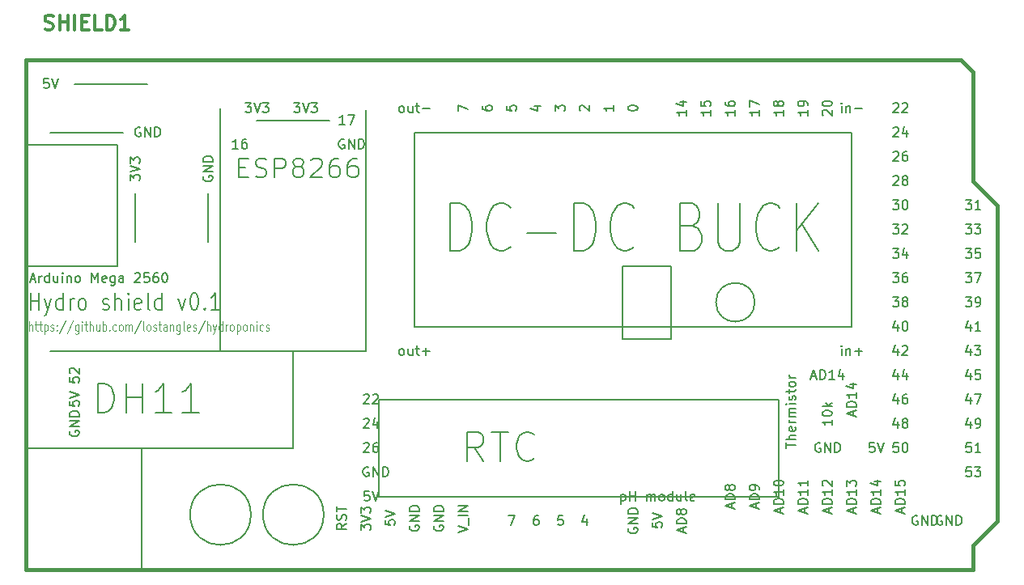
<source format=gto>
G04 #@! TF.FileFunction,Legend,Top*
%FSLAX46Y46*%
G04 Gerber Fmt 4.6, Leading zero omitted, Abs format (unit mm)*
G04 Created by KiCad (PCBNEW (after 2015-mar-04 BZR unknown)-product) date 4/2/2015 5:06:05 PM*
%MOMM*%
G01*
G04 APERTURE LIST*
%ADD10C,0.100000*%
%ADD11C,0.150000*%
%ADD12C,0.381000*%
%ADD13C,0.127000*%
%ADD14C,0.304800*%
%ADD15C,0.063500*%
G04 APERTURE END LIST*
D10*
D11*
X154940000Y-68580000D02*
X154940000Y-78740000D01*
X154940000Y-78740000D02*
X139700000Y-78740000D01*
X154940000Y-68580000D02*
X139700000Y-68580000D01*
X96520000Y-63500000D02*
X111760000Y-63500000D01*
X111760000Y-63500000D02*
X111760000Y-55880000D01*
X96520000Y-63500000D02*
X96520000Y-55880000D01*
X96520000Y-63500000D02*
X96520000Y-40640000D01*
X96520000Y-63500000D02*
X96520000Y-40640000D01*
X78740000Y-63500000D02*
X104140000Y-63500000D01*
X104140000Y-63500000D02*
X104140000Y-73660000D01*
X104140000Y-73660000D02*
X78740000Y-73660000D01*
X78740000Y-73660000D02*
X81280000Y-73660000D01*
D12*
X76200000Y-86360000D02*
X175260000Y-86360000D01*
D11*
X86360000Y-40640000D02*
X78740000Y-40640000D01*
X81280000Y-35560000D02*
X88900000Y-35560000D01*
X111760000Y-56130000D02*
X111760000Y-38350000D01*
X96520000Y-38100000D02*
X96520000Y-55880000D01*
X107950000Y-39370000D02*
X100330000Y-39370000D01*
X113050000Y-78740000D02*
X113050000Y-68580000D01*
X113050000Y-68580000D02*
X140990000Y-68580000D01*
X140990000Y-78740000D02*
X113050000Y-78740000D01*
X116840000Y-60960000D02*
X116840000Y-40640000D01*
X116840000Y-40640000D02*
X162560000Y-40640000D01*
X162560000Y-40640000D02*
X162560000Y-60960000D01*
X162560000Y-60960000D02*
X116840000Y-60960000D01*
X78740000Y-73660000D02*
X96520000Y-73660000D01*
X96520000Y-63500000D02*
X78740000Y-63500000D01*
X87630000Y-46990000D02*
X87630000Y-52070000D01*
X95250000Y-46990000D02*
X95250000Y-52070000D01*
D13*
X107315000Y-80645000D02*
G75*
G03X107315000Y-80645000I-3175000J0D01*
G01*
X99695000Y-80645000D02*
G75*
G03X99695000Y-80645000I-3175000J0D01*
G01*
X76200000Y-73660000D02*
X88265000Y-73660000D01*
X88265000Y-73660000D02*
X88265000Y-86360000D01*
X76200000Y-41910000D02*
X85725000Y-41910000D01*
X85725000Y-41910000D02*
X85725000Y-54610000D01*
X85725000Y-54610000D02*
X76200000Y-54610000D01*
X138557000Y-54610000D02*
X138557000Y-62230000D01*
X138557000Y-62230000D02*
X143637000Y-62230000D01*
X143637000Y-62230000D02*
X143637000Y-54610000D01*
X143637000Y-54610000D02*
X138557000Y-54610000D01*
X152400000Y-58420000D02*
G75*
G03X152400000Y-58420000I-2032000J0D01*
G01*
D12*
X173990000Y-33020000D02*
X76200000Y-33020000D01*
X175260000Y-45720000D02*
X175260000Y-34290000D01*
X175260000Y-34290000D02*
X173990000Y-33020000D01*
X76200000Y-86360000D02*
X76200000Y-33020000D01*
X175260000Y-45720000D02*
X177800000Y-48260000D01*
X177800000Y-48260000D02*
X177800000Y-81280000D01*
X177800000Y-81280000D02*
X175260000Y-83820000D01*
X175260000Y-83820000D02*
X175260000Y-86360000D01*
D14*
X78159429Y-29826857D02*
X78377143Y-29899429D01*
X78740000Y-29899429D01*
X78885143Y-29826857D01*
X78957714Y-29754286D01*
X79030286Y-29609143D01*
X79030286Y-29464000D01*
X78957714Y-29318857D01*
X78885143Y-29246286D01*
X78740000Y-29173714D01*
X78449714Y-29101143D01*
X78304572Y-29028571D01*
X78232000Y-28956000D01*
X78159429Y-28810857D01*
X78159429Y-28665714D01*
X78232000Y-28520571D01*
X78304572Y-28448000D01*
X78449714Y-28375429D01*
X78812572Y-28375429D01*
X79030286Y-28448000D01*
X79683429Y-29899429D02*
X79683429Y-28375429D01*
X79683429Y-29101143D02*
X80554286Y-29101143D01*
X80554286Y-29899429D02*
X80554286Y-28375429D01*
X81280000Y-29899429D02*
X81280000Y-28375429D01*
X82005714Y-29101143D02*
X82513714Y-29101143D01*
X82731428Y-29899429D02*
X82005714Y-29899429D01*
X82005714Y-28375429D01*
X82731428Y-28375429D01*
X84110285Y-29899429D02*
X83384571Y-29899429D01*
X83384571Y-28375429D01*
X84618285Y-29899429D02*
X84618285Y-28375429D01*
X84981142Y-28375429D01*
X85198857Y-28448000D01*
X85343999Y-28593143D01*
X85416571Y-28738286D01*
X85489142Y-29028571D01*
X85489142Y-29246286D01*
X85416571Y-29536571D01*
X85343999Y-29681714D01*
X85198857Y-29826857D01*
X84981142Y-29899429D01*
X84618285Y-29899429D01*
X86940571Y-29899429D02*
X86069714Y-29899429D01*
X86505142Y-29899429D02*
X86505142Y-28375429D01*
X86359999Y-28593143D01*
X86214857Y-28738286D01*
X86069714Y-28810857D01*
D15*
X76533825Y-61412381D02*
X76533825Y-60412381D01*
X76860396Y-61412381D02*
X76860396Y-60888571D01*
X76824110Y-60793333D01*
X76751539Y-60745714D01*
X76642682Y-60745714D01*
X76570110Y-60793333D01*
X76533825Y-60840952D01*
X77114396Y-60745714D02*
X77404682Y-60745714D01*
X77223254Y-60412381D02*
X77223254Y-61269524D01*
X77259539Y-61364762D01*
X77332111Y-61412381D01*
X77404682Y-61412381D01*
X77549825Y-60745714D02*
X77840111Y-60745714D01*
X77658683Y-60412381D02*
X77658683Y-61269524D01*
X77694968Y-61364762D01*
X77767540Y-61412381D01*
X77840111Y-61412381D01*
X78094112Y-60745714D02*
X78094112Y-61745714D01*
X78094112Y-60793333D02*
X78166683Y-60745714D01*
X78311826Y-60745714D01*
X78384397Y-60793333D01*
X78420683Y-60840952D01*
X78456969Y-60936190D01*
X78456969Y-61221905D01*
X78420683Y-61317143D01*
X78384397Y-61364762D01*
X78311826Y-61412381D01*
X78166683Y-61412381D01*
X78094112Y-61364762D01*
X78747255Y-61364762D02*
X78819826Y-61412381D01*
X78964969Y-61412381D01*
X79037541Y-61364762D01*
X79073826Y-61269524D01*
X79073826Y-61221905D01*
X79037541Y-61126667D01*
X78964969Y-61079048D01*
X78856112Y-61079048D01*
X78783541Y-61031429D01*
X78747255Y-60936190D01*
X78747255Y-60888571D01*
X78783541Y-60793333D01*
X78856112Y-60745714D01*
X78964969Y-60745714D01*
X79037541Y-60793333D01*
X79400398Y-61317143D02*
X79436683Y-61364762D01*
X79400398Y-61412381D01*
X79364112Y-61364762D01*
X79400398Y-61317143D01*
X79400398Y-61412381D01*
X79400398Y-60793333D02*
X79436683Y-60840952D01*
X79400398Y-60888571D01*
X79364112Y-60840952D01*
X79400398Y-60793333D01*
X79400398Y-60888571D01*
X80307540Y-60364762D02*
X79654397Y-61650476D01*
X81105826Y-60364762D02*
X80452683Y-61650476D01*
X81686398Y-60745714D02*
X81686398Y-61555238D01*
X81650112Y-61650476D01*
X81613827Y-61698095D01*
X81541255Y-61745714D01*
X81432398Y-61745714D01*
X81359827Y-61698095D01*
X81686398Y-61364762D02*
X81613827Y-61412381D01*
X81468684Y-61412381D01*
X81396112Y-61364762D01*
X81359827Y-61317143D01*
X81323541Y-61221905D01*
X81323541Y-60936190D01*
X81359827Y-60840952D01*
X81396112Y-60793333D01*
X81468684Y-60745714D01*
X81613827Y-60745714D01*
X81686398Y-60793333D01*
X82049256Y-61412381D02*
X82049256Y-60745714D01*
X82049256Y-60412381D02*
X82012970Y-60460000D01*
X82049256Y-60507619D01*
X82085541Y-60460000D01*
X82049256Y-60412381D01*
X82049256Y-60507619D01*
X82303255Y-60745714D02*
X82593541Y-60745714D01*
X82412113Y-60412381D02*
X82412113Y-61269524D01*
X82448398Y-61364762D01*
X82520970Y-61412381D01*
X82593541Y-61412381D01*
X82847542Y-61412381D02*
X82847542Y-60412381D01*
X83174113Y-61412381D02*
X83174113Y-60888571D01*
X83137827Y-60793333D01*
X83065256Y-60745714D01*
X82956399Y-60745714D01*
X82883827Y-60793333D01*
X82847542Y-60840952D01*
X83863542Y-60745714D02*
X83863542Y-61412381D01*
X83536971Y-60745714D02*
X83536971Y-61269524D01*
X83573256Y-61364762D01*
X83645828Y-61412381D01*
X83754685Y-61412381D01*
X83827256Y-61364762D01*
X83863542Y-61317143D01*
X84226400Y-61412381D02*
X84226400Y-60412381D01*
X84226400Y-60793333D02*
X84298971Y-60745714D01*
X84444114Y-60745714D01*
X84516685Y-60793333D01*
X84552971Y-60840952D01*
X84589257Y-60936190D01*
X84589257Y-61221905D01*
X84552971Y-61317143D01*
X84516685Y-61364762D01*
X84444114Y-61412381D01*
X84298971Y-61412381D01*
X84226400Y-61364762D01*
X84915829Y-61317143D02*
X84952114Y-61364762D01*
X84915829Y-61412381D01*
X84879543Y-61364762D01*
X84915829Y-61317143D01*
X84915829Y-61412381D01*
X85605257Y-61364762D02*
X85532686Y-61412381D01*
X85387543Y-61412381D01*
X85314971Y-61364762D01*
X85278686Y-61317143D01*
X85242400Y-61221905D01*
X85242400Y-60936190D01*
X85278686Y-60840952D01*
X85314971Y-60793333D01*
X85387543Y-60745714D01*
X85532686Y-60745714D01*
X85605257Y-60793333D01*
X86040686Y-61412381D02*
X85968114Y-61364762D01*
X85931829Y-61317143D01*
X85895543Y-61221905D01*
X85895543Y-60936190D01*
X85931829Y-60840952D01*
X85968114Y-60793333D01*
X86040686Y-60745714D01*
X86149543Y-60745714D01*
X86222114Y-60793333D01*
X86258400Y-60840952D01*
X86294686Y-60936190D01*
X86294686Y-61221905D01*
X86258400Y-61317143D01*
X86222114Y-61364762D01*
X86149543Y-61412381D01*
X86040686Y-61412381D01*
X86621258Y-61412381D02*
X86621258Y-60745714D01*
X86621258Y-60840952D02*
X86657543Y-60793333D01*
X86730115Y-60745714D01*
X86838972Y-60745714D01*
X86911543Y-60793333D01*
X86947829Y-60888571D01*
X86947829Y-61412381D01*
X86947829Y-60888571D02*
X86984115Y-60793333D01*
X87056686Y-60745714D01*
X87165543Y-60745714D01*
X87238115Y-60793333D01*
X87274400Y-60888571D01*
X87274400Y-61412381D01*
X88181543Y-60364762D02*
X87528400Y-61650476D01*
X88544401Y-61412381D02*
X88471829Y-61364762D01*
X88435544Y-61269524D01*
X88435544Y-60412381D01*
X88943544Y-61412381D02*
X88870972Y-61364762D01*
X88834687Y-61317143D01*
X88798401Y-61221905D01*
X88798401Y-60936190D01*
X88834687Y-60840952D01*
X88870972Y-60793333D01*
X88943544Y-60745714D01*
X89052401Y-60745714D01*
X89124972Y-60793333D01*
X89161258Y-60840952D01*
X89197544Y-60936190D01*
X89197544Y-61221905D01*
X89161258Y-61317143D01*
X89124972Y-61364762D01*
X89052401Y-61412381D01*
X88943544Y-61412381D01*
X89487830Y-61364762D02*
X89560401Y-61412381D01*
X89705544Y-61412381D01*
X89778116Y-61364762D01*
X89814401Y-61269524D01*
X89814401Y-61221905D01*
X89778116Y-61126667D01*
X89705544Y-61079048D01*
X89596687Y-61079048D01*
X89524116Y-61031429D01*
X89487830Y-60936190D01*
X89487830Y-60888571D01*
X89524116Y-60793333D01*
X89596687Y-60745714D01*
X89705544Y-60745714D01*
X89778116Y-60793333D01*
X90032115Y-60745714D02*
X90322401Y-60745714D01*
X90140973Y-60412381D02*
X90140973Y-61269524D01*
X90177258Y-61364762D01*
X90249830Y-61412381D01*
X90322401Y-61412381D01*
X90902973Y-61412381D02*
X90902973Y-60888571D01*
X90866687Y-60793333D01*
X90794116Y-60745714D01*
X90648973Y-60745714D01*
X90576402Y-60793333D01*
X90902973Y-61364762D02*
X90830402Y-61412381D01*
X90648973Y-61412381D01*
X90576402Y-61364762D01*
X90540116Y-61269524D01*
X90540116Y-61174286D01*
X90576402Y-61079048D01*
X90648973Y-61031429D01*
X90830402Y-61031429D01*
X90902973Y-60983810D01*
X91265831Y-60745714D02*
X91265831Y-61412381D01*
X91265831Y-60840952D02*
X91302116Y-60793333D01*
X91374688Y-60745714D01*
X91483545Y-60745714D01*
X91556116Y-60793333D01*
X91592402Y-60888571D01*
X91592402Y-61412381D01*
X92281831Y-60745714D02*
X92281831Y-61555238D01*
X92245545Y-61650476D01*
X92209260Y-61698095D01*
X92136688Y-61745714D01*
X92027831Y-61745714D01*
X91955260Y-61698095D01*
X92281831Y-61364762D02*
X92209260Y-61412381D01*
X92064117Y-61412381D01*
X91991545Y-61364762D01*
X91955260Y-61317143D01*
X91918974Y-61221905D01*
X91918974Y-60936190D01*
X91955260Y-60840952D01*
X91991545Y-60793333D01*
X92064117Y-60745714D01*
X92209260Y-60745714D01*
X92281831Y-60793333D01*
X92753546Y-61412381D02*
X92680974Y-61364762D01*
X92644689Y-61269524D01*
X92644689Y-60412381D01*
X93334117Y-61364762D02*
X93261546Y-61412381D01*
X93116403Y-61412381D01*
X93043832Y-61364762D01*
X93007546Y-61269524D01*
X93007546Y-60888571D01*
X93043832Y-60793333D01*
X93116403Y-60745714D01*
X93261546Y-60745714D01*
X93334117Y-60793333D01*
X93370403Y-60888571D01*
X93370403Y-60983810D01*
X93007546Y-61079048D01*
X93660689Y-61364762D02*
X93733260Y-61412381D01*
X93878403Y-61412381D01*
X93950975Y-61364762D01*
X93987260Y-61269524D01*
X93987260Y-61221905D01*
X93950975Y-61126667D01*
X93878403Y-61079048D01*
X93769546Y-61079048D01*
X93696975Y-61031429D01*
X93660689Y-60936190D01*
X93660689Y-60888571D01*
X93696975Y-60793333D01*
X93769546Y-60745714D01*
X93878403Y-60745714D01*
X93950975Y-60793333D01*
X94858117Y-60364762D02*
X94204974Y-61650476D01*
X95112118Y-61412381D02*
X95112118Y-60412381D01*
X95438689Y-61412381D02*
X95438689Y-60888571D01*
X95402403Y-60793333D01*
X95329832Y-60745714D01*
X95220975Y-60745714D01*
X95148403Y-60793333D01*
X95112118Y-60840952D01*
X95728975Y-60745714D02*
X95910404Y-61412381D01*
X96091832Y-60745714D02*
X95910404Y-61412381D01*
X95837832Y-61650476D01*
X95801547Y-61698095D01*
X95728975Y-61745714D01*
X96708689Y-61412381D02*
X96708689Y-60412381D01*
X96708689Y-61364762D02*
X96636118Y-61412381D01*
X96490975Y-61412381D01*
X96418403Y-61364762D01*
X96382118Y-61317143D01*
X96345832Y-61221905D01*
X96345832Y-60936190D01*
X96382118Y-60840952D01*
X96418403Y-60793333D01*
X96490975Y-60745714D01*
X96636118Y-60745714D01*
X96708689Y-60793333D01*
X97071547Y-61412381D02*
X97071547Y-60745714D01*
X97071547Y-60936190D02*
X97107832Y-60840952D01*
X97144118Y-60793333D01*
X97216689Y-60745714D01*
X97289261Y-60745714D01*
X97652118Y-61412381D02*
X97579546Y-61364762D01*
X97543261Y-61317143D01*
X97506975Y-61221905D01*
X97506975Y-60936190D01*
X97543261Y-60840952D01*
X97579546Y-60793333D01*
X97652118Y-60745714D01*
X97760975Y-60745714D01*
X97833546Y-60793333D01*
X97869832Y-60840952D01*
X97906118Y-60936190D01*
X97906118Y-61221905D01*
X97869832Y-61317143D01*
X97833546Y-61364762D01*
X97760975Y-61412381D01*
X97652118Y-61412381D01*
X98232690Y-60745714D02*
X98232690Y-61745714D01*
X98232690Y-60793333D02*
X98305261Y-60745714D01*
X98450404Y-60745714D01*
X98522975Y-60793333D01*
X98559261Y-60840952D01*
X98595547Y-60936190D01*
X98595547Y-61221905D01*
X98559261Y-61317143D01*
X98522975Y-61364762D01*
X98450404Y-61412381D01*
X98305261Y-61412381D01*
X98232690Y-61364762D01*
X99030976Y-61412381D02*
X98958404Y-61364762D01*
X98922119Y-61317143D01*
X98885833Y-61221905D01*
X98885833Y-60936190D01*
X98922119Y-60840952D01*
X98958404Y-60793333D01*
X99030976Y-60745714D01*
X99139833Y-60745714D01*
X99212404Y-60793333D01*
X99248690Y-60840952D01*
X99284976Y-60936190D01*
X99284976Y-61221905D01*
X99248690Y-61317143D01*
X99212404Y-61364762D01*
X99139833Y-61412381D01*
X99030976Y-61412381D01*
X99611548Y-60745714D02*
X99611548Y-61412381D01*
X99611548Y-60840952D02*
X99647833Y-60793333D01*
X99720405Y-60745714D01*
X99829262Y-60745714D01*
X99901833Y-60793333D01*
X99938119Y-60888571D01*
X99938119Y-61412381D01*
X100300977Y-61412381D02*
X100300977Y-60745714D01*
X100300977Y-60412381D02*
X100264691Y-60460000D01*
X100300977Y-60507619D01*
X100337262Y-60460000D01*
X100300977Y-60412381D01*
X100300977Y-60507619D01*
X100990405Y-61364762D02*
X100917834Y-61412381D01*
X100772691Y-61412381D01*
X100700119Y-61364762D01*
X100663834Y-61317143D01*
X100627548Y-61221905D01*
X100627548Y-60936190D01*
X100663834Y-60840952D01*
X100700119Y-60793333D01*
X100772691Y-60745714D01*
X100917834Y-60745714D01*
X100990405Y-60793333D01*
X101280691Y-61364762D02*
X101353262Y-61412381D01*
X101498405Y-61412381D01*
X101570977Y-61364762D01*
X101607262Y-61269524D01*
X101607262Y-61221905D01*
X101570977Y-61126667D01*
X101498405Y-61079048D01*
X101389548Y-61079048D01*
X101316977Y-61031429D01*
X101280691Y-60936190D01*
X101280691Y-60888571D01*
X101316977Y-60793333D01*
X101389548Y-60745714D01*
X101498405Y-60745714D01*
X101570977Y-60793333D01*
D11*
X76653333Y-56046667D02*
X77129524Y-56046667D01*
X76558095Y-56332381D02*
X76891428Y-55332381D01*
X77224762Y-56332381D01*
X77558095Y-56332381D02*
X77558095Y-55665714D01*
X77558095Y-55856190D02*
X77605714Y-55760952D01*
X77653333Y-55713333D01*
X77748571Y-55665714D01*
X77843810Y-55665714D01*
X78605715Y-56332381D02*
X78605715Y-55332381D01*
X78605715Y-56284762D02*
X78510477Y-56332381D01*
X78320000Y-56332381D01*
X78224762Y-56284762D01*
X78177143Y-56237143D01*
X78129524Y-56141905D01*
X78129524Y-55856190D01*
X78177143Y-55760952D01*
X78224762Y-55713333D01*
X78320000Y-55665714D01*
X78510477Y-55665714D01*
X78605715Y-55713333D01*
X79510477Y-55665714D02*
X79510477Y-56332381D01*
X79081905Y-55665714D02*
X79081905Y-56189524D01*
X79129524Y-56284762D01*
X79224762Y-56332381D01*
X79367620Y-56332381D01*
X79462858Y-56284762D01*
X79510477Y-56237143D01*
X79986667Y-56332381D02*
X79986667Y-55665714D01*
X79986667Y-55332381D02*
X79939048Y-55380000D01*
X79986667Y-55427619D01*
X80034286Y-55380000D01*
X79986667Y-55332381D01*
X79986667Y-55427619D01*
X80462857Y-55665714D02*
X80462857Y-56332381D01*
X80462857Y-55760952D02*
X80510476Y-55713333D01*
X80605714Y-55665714D01*
X80748572Y-55665714D01*
X80843810Y-55713333D01*
X80891429Y-55808571D01*
X80891429Y-56332381D01*
X81510476Y-56332381D02*
X81415238Y-56284762D01*
X81367619Y-56237143D01*
X81320000Y-56141905D01*
X81320000Y-55856190D01*
X81367619Y-55760952D01*
X81415238Y-55713333D01*
X81510476Y-55665714D01*
X81653334Y-55665714D01*
X81748572Y-55713333D01*
X81796191Y-55760952D01*
X81843810Y-55856190D01*
X81843810Y-56141905D01*
X81796191Y-56237143D01*
X81748572Y-56284762D01*
X81653334Y-56332381D01*
X81510476Y-56332381D01*
X83034286Y-56332381D02*
X83034286Y-55332381D01*
X83367620Y-56046667D01*
X83700953Y-55332381D01*
X83700953Y-56332381D01*
X84558096Y-56284762D02*
X84462858Y-56332381D01*
X84272381Y-56332381D01*
X84177143Y-56284762D01*
X84129524Y-56189524D01*
X84129524Y-55808571D01*
X84177143Y-55713333D01*
X84272381Y-55665714D01*
X84462858Y-55665714D01*
X84558096Y-55713333D01*
X84605715Y-55808571D01*
X84605715Y-55903810D01*
X84129524Y-55999048D01*
X85462858Y-55665714D02*
X85462858Y-56475238D01*
X85415239Y-56570476D01*
X85367620Y-56618095D01*
X85272381Y-56665714D01*
X85129524Y-56665714D01*
X85034286Y-56618095D01*
X85462858Y-56284762D02*
X85367620Y-56332381D01*
X85177143Y-56332381D01*
X85081905Y-56284762D01*
X85034286Y-56237143D01*
X84986667Y-56141905D01*
X84986667Y-55856190D01*
X85034286Y-55760952D01*
X85081905Y-55713333D01*
X85177143Y-55665714D01*
X85367620Y-55665714D01*
X85462858Y-55713333D01*
X86367620Y-56332381D02*
X86367620Y-55808571D01*
X86320001Y-55713333D01*
X86224763Y-55665714D01*
X86034286Y-55665714D01*
X85939048Y-55713333D01*
X86367620Y-56284762D02*
X86272382Y-56332381D01*
X86034286Y-56332381D01*
X85939048Y-56284762D01*
X85891429Y-56189524D01*
X85891429Y-56094286D01*
X85939048Y-55999048D01*
X86034286Y-55951429D01*
X86272382Y-55951429D01*
X86367620Y-55903810D01*
X87558096Y-55427619D02*
X87605715Y-55380000D01*
X87700953Y-55332381D01*
X87939049Y-55332381D01*
X88034287Y-55380000D01*
X88081906Y-55427619D01*
X88129525Y-55522857D01*
X88129525Y-55618095D01*
X88081906Y-55760952D01*
X87510477Y-56332381D01*
X88129525Y-56332381D01*
X89034287Y-55332381D02*
X88558096Y-55332381D01*
X88510477Y-55808571D01*
X88558096Y-55760952D01*
X88653334Y-55713333D01*
X88891430Y-55713333D01*
X88986668Y-55760952D01*
X89034287Y-55808571D01*
X89081906Y-55903810D01*
X89081906Y-56141905D01*
X89034287Y-56237143D01*
X88986668Y-56284762D01*
X88891430Y-56332381D01*
X88653334Y-56332381D01*
X88558096Y-56284762D01*
X88510477Y-56237143D01*
X89939049Y-55332381D02*
X89748572Y-55332381D01*
X89653334Y-55380000D01*
X89605715Y-55427619D01*
X89510477Y-55570476D01*
X89462858Y-55760952D01*
X89462858Y-56141905D01*
X89510477Y-56237143D01*
X89558096Y-56284762D01*
X89653334Y-56332381D01*
X89843811Y-56332381D01*
X89939049Y-56284762D01*
X89986668Y-56237143D01*
X90034287Y-56141905D01*
X90034287Y-55903810D01*
X89986668Y-55808571D01*
X89939049Y-55760952D01*
X89843811Y-55713333D01*
X89653334Y-55713333D01*
X89558096Y-55760952D01*
X89510477Y-55808571D01*
X89462858Y-55903810D01*
X90653334Y-55332381D02*
X90748573Y-55332381D01*
X90843811Y-55380000D01*
X90891430Y-55427619D01*
X90939049Y-55522857D01*
X90986668Y-55713333D01*
X90986668Y-55951429D01*
X90939049Y-56141905D01*
X90891430Y-56237143D01*
X90843811Y-56284762D01*
X90748573Y-56332381D01*
X90653334Y-56332381D01*
X90558096Y-56284762D01*
X90510477Y-56237143D01*
X90462858Y-56141905D01*
X90415239Y-55951429D01*
X90415239Y-55713333D01*
X90462858Y-55522857D01*
X90510477Y-55427619D01*
X90558096Y-55380000D01*
X90653334Y-55332381D01*
X76653571Y-59224333D02*
X76653571Y-57446333D01*
X76653571Y-58293000D02*
X77524428Y-58293000D01*
X77524428Y-59224333D02*
X77524428Y-57446333D01*
X78104999Y-58039000D02*
X78467856Y-59224333D01*
X78830714Y-58039000D02*
X78467856Y-59224333D01*
X78322714Y-59647667D01*
X78250142Y-59732333D01*
X78104999Y-59817000D01*
X80064428Y-59224333D02*
X80064428Y-57446333D01*
X80064428Y-59139667D02*
X79919285Y-59224333D01*
X79628999Y-59224333D01*
X79483857Y-59139667D01*
X79411285Y-59055000D01*
X79338714Y-58885667D01*
X79338714Y-58377667D01*
X79411285Y-58208333D01*
X79483857Y-58123667D01*
X79628999Y-58039000D01*
X79919285Y-58039000D01*
X80064428Y-58123667D01*
X80790142Y-59224333D02*
X80790142Y-58039000D01*
X80790142Y-58377667D02*
X80862714Y-58208333D01*
X80935285Y-58123667D01*
X81080428Y-58039000D01*
X81225571Y-58039000D01*
X81951285Y-59224333D02*
X81806143Y-59139667D01*
X81733571Y-59055000D01*
X81661000Y-58885667D01*
X81661000Y-58377667D01*
X81733571Y-58208333D01*
X81806143Y-58123667D01*
X81951285Y-58039000D01*
X82169000Y-58039000D01*
X82314143Y-58123667D01*
X82386714Y-58208333D01*
X82459285Y-58377667D01*
X82459285Y-58885667D01*
X82386714Y-59055000D01*
X82314143Y-59139667D01*
X82169000Y-59224333D01*
X81951285Y-59224333D01*
X84201000Y-59139667D02*
X84346143Y-59224333D01*
X84636428Y-59224333D01*
X84781571Y-59139667D01*
X84854143Y-58970333D01*
X84854143Y-58885667D01*
X84781571Y-58716333D01*
X84636428Y-58631667D01*
X84418714Y-58631667D01*
X84273571Y-58547000D01*
X84201000Y-58377667D01*
X84201000Y-58293000D01*
X84273571Y-58123667D01*
X84418714Y-58039000D01*
X84636428Y-58039000D01*
X84781571Y-58123667D01*
X85507285Y-59224333D02*
X85507285Y-57446333D01*
X86160428Y-59224333D02*
X86160428Y-58293000D01*
X86087857Y-58123667D01*
X85942714Y-58039000D01*
X85724999Y-58039000D01*
X85579857Y-58123667D01*
X85507285Y-58208333D01*
X86886142Y-59224333D02*
X86886142Y-58039000D01*
X86886142Y-57446333D02*
X86813571Y-57531000D01*
X86886142Y-57615667D01*
X86958714Y-57531000D01*
X86886142Y-57446333D01*
X86886142Y-57615667D01*
X88192428Y-59139667D02*
X88047285Y-59224333D01*
X87756999Y-59224333D01*
X87611856Y-59139667D01*
X87539285Y-58970333D01*
X87539285Y-58293000D01*
X87611856Y-58123667D01*
X87756999Y-58039000D01*
X88047285Y-58039000D01*
X88192428Y-58123667D01*
X88264999Y-58293000D01*
X88264999Y-58462333D01*
X87539285Y-58631667D01*
X89135856Y-59224333D02*
X88990714Y-59139667D01*
X88918142Y-58970333D01*
X88918142Y-57446333D01*
X90369571Y-59224333D02*
X90369571Y-57446333D01*
X90369571Y-59139667D02*
X90224428Y-59224333D01*
X89934142Y-59224333D01*
X89789000Y-59139667D01*
X89716428Y-59055000D01*
X89643857Y-58885667D01*
X89643857Y-58377667D01*
X89716428Y-58208333D01*
X89789000Y-58123667D01*
X89934142Y-58039000D01*
X90224428Y-58039000D01*
X90369571Y-58123667D01*
X92111285Y-58039000D02*
X92474142Y-59224333D01*
X92837000Y-58039000D01*
X93707857Y-57446333D02*
X93853000Y-57446333D01*
X93998143Y-57531000D01*
X94070714Y-57615667D01*
X94143285Y-57785000D01*
X94215857Y-58123667D01*
X94215857Y-58547000D01*
X94143285Y-58885667D01*
X94070714Y-59055000D01*
X93998143Y-59139667D01*
X93853000Y-59224333D01*
X93707857Y-59224333D01*
X93562714Y-59139667D01*
X93490143Y-59055000D01*
X93417571Y-58885667D01*
X93345000Y-58547000D01*
X93345000Y-58123667D01*
X93417571Y-57785000D01*
X93490143Y-57615667D01*
X93562714Y-57531000D01*
X93707857Y-57446333D01*
X94869000Y-59055000D02*
X94941572Y-59139667D01*
X94869000Y-59224333D01*
X94796429Y-59139667D01*
X94869000Y-59055000D01*
X94869000Y-59224333D01*
X96393000Y-59224333D02*
X95522143Y-59224333D01*
X95957571Y-59224333D02*
X95957571Y-57446333D01*
X95812428Y-57700333D01*
X95667286Y-57869667D01*
X95522143Y-57954333D01*
X174450476Y-47712381D02*
X175069524Y-47712381D01*
X174736190Y-48093333D01*
X174879048Y-48093333D01*
X174974286Y-48140952D01*
X175021905Y-48188571D01*
X175069524Y-48283810D01*
X175069524Y-48521905D01*
X175021905Y-48617143D01*
X174974286Y-48664762D01*
X174879048Y-48712381D01*
X174593333Y-48712381D01*
X174498095Y-48664762D01*
X174450476Y-48617143D01*
X176021905Y-48712381D02*
X175450476Y-48712381D01*
X175736190Y-48712381D02*
X175736190Y-47712381D01*
X175640952Y-47855238D01*
X175545714Y-47950476D01*
X175450476Y-47998095D01*
X174450476Y-50252381D02*
X175069524Y-50252381D01*
X174736190Y-50633333D01*
X174879048Y-50633333D01*
X174974286Y-50680952D01*
X175021905Y-50728571D01*
X175069524Y-50823810D01*
X175069524Y-51061905D01*
X175021905Y-51157143D01*
X174974286Y-51204762D01*
X174879048Y-51252381D01*
X174593333Y-51252381D01*
X174498095Y-51204762D01*
X174450476Y-51157143D01*
X175402857Y-50252381D02*
X176021905Y-50252381D01*
X175688571Y-50633333D01*
X175831429Y-50633333D01*
X175926667Y-50680952D01*
X175974286Y-50728571D01*
X176021905Y-50823810D01*
X176021905Y-51061905D01*
X175974286Y-51157143D01*
X175926667Y-51204762D01*
X175831429Y-51252381D01*
X175545714Y-51252381D01*
X175450476Y-51204762D01*
X175402857Y-51157143D01*
X174450476Y-52792381D02*
X175069524Y-52792381D01*
X174736190Y-53173333D01*
X174879048Y-53173333D01*
X174974286Y-53220952D01*
X175021905Y-53268571D01*
X175069524Y-53363810D01*
X175069524Y-53601905D01*
X175021905Y-53697143D01*
X174974286Y-53744762D01*
X174879048Y-53792381D01*
X174593333Y-53792381D01*
X174498095Y-53744762D01*
X174450476Y-53697143D01*
X175974286Y-52792381D02*
X175498095Y-52792381D01*
X175450476Y-53268571D01*
X175498095Y-53220952D01*
X175593333Y-53173333D01*
X175831429Y-53173333D01*
X175926667Y-53220952D01*
X175974286Y-53268571D01*
X176021905Y-53363810D01*
X176021905Y-53601905D01*
X175974286Y-53697143D01*
X175926667Y-53744762D01*
X175831429Y-53792381D01*
X175593333Y-53792381D01*
X175498095Y-53744762D01*
X175450476Y-53697143D01*
X174450476Y-55332381D02*
X175069524Y-55332381D01*
X174736190Y-55713333D01*
X174879048Y-55713333D01*
X174974286Y-55760952D01*
X175021905Y-55808571D01*
X175069524Y-55903810D01*
X175069524Y-56141905D01*
X175021905Y-56237143D01*
X174974286Y-56284762D01*
X174879048Y-56332381D01*
X174593333Y-56332381D01*
X174498095Y-56284762D01*
X174450476Y-56237143D01*
X175402857Y-55332381D02*
X176069524Y-55332381D01*
X175640952Y-56332381D01*
X174450476Y-57872381D02*
X175069524Y-57872381D01*
X174736190Y-58253333D01*
X174879048Y-58253333D01*
X174974286Y-58300952D01*
X175021905Y-58348571D01*
X175069524Y-58443810D01*
X175069524Y-58681905D01*
X175021905Y-58777143D01*
X174974286Y-58824762D01*
X174879048Y-58872381D01*
X174593333Y-58872381D01*
X174498095Y-58824762D01*
X174450476Y-58777143D01*
X175545714Y-58872381D02*
X175736190Y-58872381D01*
X175831429Y-58824762D01*
X175879048Y-58777143D01*
X175974286Y-58634286D01*
X176021905Y-58443810D01*
X176021905Y-58062857D01*
X175974286Y-57967619D01*
X175926667Y-57920000D01*
X175831429Y-57872381D01*
X175640952Y-57872381D01*
X175545714Y-57920000D01*
X175498095Y-57967619D01*
X175450476Y-58062857D01*
X175450476Y-58300952D01*
X175498095Y-58396190D01*
X175545714Y-58443810D01*
X175640952Y-58491429D01*
X175831429Y-58491429D01*
X175926667Y-58443810D01*
X175974286Y-58396190D01*
X176021905Y-58300952D01*
X174974286Y-60745714D02*
X174974286Y-61412381D01*
X174736190Y-60364762D02*
X174498095Y-61079048D01*
X175117143Y-61079048D01*
X176021905Y-61412381D02*
X175450476Y-61412381D01*
X175736190Y-61412381D02*
X175736190Y-60412381D01*
X175640952Y-60555238D01*
X175545714Y-60650476D01*
X175450476Y-60698095D01*
X174974286Y-63285714D02*
X174974286Y-63952381D01*
X174736190Y-62904762D02*
X174498095Y-63619048D01*
X175117143Y-63619048D01*
X175402857Y-62952381D02*
X176021905Y-62952381D01*
X175688571Y-63333333D01*
X175831429Y-63333333D01*
X175926667Y-63380952D01*
X175974286Y-63428571D01*
X176021905Y-63523810D01*
X176021905Y-63761905D01*
X175974286Y-63857143D01*
X175926667Y-63904762D01*
X175831429Y-63952381D01*
X175545714Y-63952381D01*
X175450476Y-63904762D01*
X175402857Y-63857143D01*
X174974286Y-65825714D02*
X174974286Y-66492381D01*
X174736190Y-65444762D02*
X174498095Y-66159048D01*
X175117143Y-66159048D01*
X175974286Y-65492381D02*
X175498095Y-65492381D01*
X175450476Y-65968571D01*
X175498095Y-65920952D01*
X175593333Y-65873333D01*
X175831429Y-65873333D01*
X175926667Y-65920952D01*
X175974286Y-65968571D01*
X176021905Y-66063810D01*
X176021905Y-66301905D01*
X175974286Y-66397143D01*
X175926667Y-66444762D01*
X175831429Y-66492381D01*
X175593333Y-66492381D01*
X175498095Y-66444762D01*
X175450476Y-66397143D01*
X174974286Y-68365714D02*
X174974286Y-69032381D01*
X174736190Y-67984762D02*
X174498095Y-68699048D01*
X175117143Y-68699048D01*
X175402857Y-68032381D02*
X176069524Y-68032381D01*
X175640952Y-69032381D01*
X174974286Y-70905714D02*
X174974286Y-71572381D01*
X174736190Y-70524762D02*
X174498095Y-71239048D01*
X175117143Y-71239048D01*
X175545714Y-71572381D02*
X175736190Y-71572381D01*
X175831429Y-71524762D01*
X175879048Y-71477143D01*
X175974286Y-71334286D01*
X176021905Y-71143810D01*
X176021905Y-70762857D01*
X175974286Y-70667619D01*
X175926667Y-70620000D01*
X175831429Y-70572381D01*
X175640952Y-70572381D01*
X175545714Y-70620000D01*
X175498095Y-70667619D01*
X175450476Y-70762857D01*
X175450476Y-71000952D01*
X175498095Y-71096190D01*
X175545714Y-71143810D01*
X175640952Y-71191429D01*
X175831429Y-71191429D01*
X175926667Y-71143810D01*
X175974286Y-71096190D01*
X176021905Y-71000952D01*
X175021905Y-73112381D02*
X174545714Y-73112381D01*
X174498095Y-73588571D01*
X174545714Y-73540952D01*
X174640952Y-73493333D01*
X174879048Y-73493333D01*
X174974286Y-73540952D01*
X175021905Y-73588571D01*
X175069524Y-73683810D01*
X175069524Y-73921905D01*
X175021905Y-74017143D01*
X174974286Y-74064762D01*
X174879048Y-74112381D01*
X174640952Y-74112381D01*
X174545714Y-74064762D01*
X174498095Y-74017143D01*
X176021905Y-74112381D02*
X175450476Y-74112381D01*
X175736190Y-74112381D02*
X175736190Y-73112381D01*
X175640952Y-73255238D01*
X175545714Y-73350476D01*
X175450476Y-73398095D01*
X175021905Y-75652381D02*
X174545714Y-75652381D01*
X174498095Y-76128571D01*
X174545714Y-76080952D01*
X174640952Y-76033333D01*
X174879048Y-76033333D01*
X174974286Y-76080952D01*
X175021905Y-76128571D01*
X175069524Y-76223810D01*
X175069524Y-76461905D01*
X175021905Y-76557143D01*
X174974286Y-76604762D01*
X174879048Y-76652381D01*
X174640952Y-76652381D01*
X174545714Y-76604762D01*
X174498095Y-76557143D01*
X175402857Y-75652381D02*
X176021905Y-75652381D01*
X175688571Y-76033333D01*
X175831429Y-76033333D01*
X175926667Y-76080952D01*
X175974286Y-76128571D01*
X176021905Y-76223810D01*
X176021905Y-76461905D01*
X175974286Y-76557143D01*
X175926667Y-76604762D01*
X175831429Y-76652381D01*
X175545714Y-76652381D01*
X175450476Y-76604762D01*
X175402857Y-76557143D01*
X109672381Y-81577619D02*
X109196190Y-81910953D01*
X109672381Y-82149048D02*
X108672381Y-82149048D01*
X108672381Y-81768095D01*
X108720000Y-81672857D01*
X108767619Y-81625238D01*
X108862857Y-81577619D01*
X109005714Y-81577619D01*
X109100952Y-81625238D01*
X109148571Y-81672857D01*
X109196190Y-81768095D01*
X109196190Y-82149048D01*
X109624762Y-81196667D02*
X109672381Y-81053810D01*
X109672381Y-80815714D01*
X109624762Y-80720476D01*
X109577143Y-80672857D01*
X109481905Y-80625238D01*
X109386667Y-80625238D01*
X109291429Y-80672857D01*
X109243810Y-80720476D01*
X109196190Y-80815714D01*
X109148571Y-81006191D01*
X109100952Y-81101429D01*
X109053333Y-81149048D01*
X108958095Y-81196667D01*
X108862857Y-81196667D01*
X108767619Y-81149048D01*
X108720000Y-81101429D01*
X108672381Y-81006191D01*
X108672381Y-80768095D01*
X108720000Y-80625238D01*
X108672381Y-80339524D02*
X108672381Y-79768095D01*
X109672381Y-80053810D02*
X108672381Y-80053810D01*
X111212381Y-82268095D02*
X111212381Y-81649047D01*
X111593333Y-81982381D01*
X111593333Y-81839523D01*
X111640952Y-81744285D01*
X111688571Y-81696666D01*
X111783810Y-81649047D01*
X112021905Y-81649047D01*
X112117143Y-81696666D01*
X112164762Y-81744285D01*
X112212381Y-81839523D01*
X112212381Y-82125238D01*
X112164762Y-82220476D01*
X112117143Y-82268095D01*
X111212381Y-81363333D02*
X112212381Y-81030000D01*
X111212381Y-80696666D01*
X111212381Y-80458571D02*
X111212381Y-79839523D01*
X111593333Y-80172857D01*
X111593333Y-80029999D01*
X111640952Y-79934761D01*
X111688571Y-79887142D01*
X111783810Y-79839523D01*
X112021905Y-79839523D01*
X112117143Y-79887142D01*
X112164762Y-79934761D01*
X112212381Y-80029999D01*
X112212381Y-80315714D01*
X112164762Y-80410952D01*
X112117143Y-80458571D01*
X113752381Y-81220476D02*
X113752381Y-81696667D01*
X114228571Y-81744286D01*
X114180952Y-81696667D01*
X114133333Y-81601429D01*
X114133333Y-81363333D01*
X114180952Y-81268095D01*
X114228571Y-81220476D01*
X114323810Y-81172857D01*
X114561905Y-81172857D01*
X114657143Y-81220476D01*
X114704762Y-81268095D01*
X114752381Y-81363333D01*
X114752381Y-81601429D01*
X114704762Y-81696667D01*
X114657143Y-81744286D01*
X113752381Y-80887143D02*
X114752381Y-80553810D01*
X113752381Y-80220476D01*
X116340000Y-81791904D02*
X116292381Y-81887142D01*
X116292381Y-82029999D01*
X116340000Y-82172857D01*
X116435238Y-82268095D01*
X116530476Y-82315714D01*
X116720952Y-82363333D01*
X116863810Y-82363333D01*
X117054286Y-82315714D01*
X117149524Y-82268095D01*
X117244762Y-82172857D01*
X117292381Y-82029999D01*
X117292381Y-81934761D01*
X117244762Y-81791904D01*
X117197143Y-81744285D01*
X116863810Y-81744285D01*
X116863810Y-81934761D01*
X117292381Y-81315714D02*
X116292381Y-81315714D01*
X117292381Y-80744285D01*
X116292381Y-80744285D01*
X117292381Y-80268095D02*
X116292381Y-80268095D01*
X116292381Y-80030000D01*
X116340000Y-79887142D01*
X116435238Y-79791904D01*
X116530476Y-79744285D01*
X116720952Y-79696666D01*
X116863810Y-79696666D01*
X117054286Y-79744285D01*
X117149524Y-79791904D01*
X117244762Y-79887142D01*
X117292381Y-80030000D01*
X117292381Y-80268095D01*
X118880000Y-81791904D02*
X118832381Y-81887142D01*
X118832381Y-82029999D01*
X118880000Y-82172857D01*
X118975238Y-82268095D01*
X119070476Y-82315714D01*
X119260952Y-82363333D01*
X119403810Y-82363333D01*
X119594286Y-82315714D01*
X119689524Y-82268095D01*
X119784762Y-82172857D01*
X119832381Y-82029999D01*
X119832381Y-81934761D01*
X119784762Y-81791904D01*
X119737143Y-81744285D01*
X119403810Y-81744285D01*
X119403810Y-81934761D01*
X119832381Y-81315714D02*
X118832381Y-81315714D01*
X119832381Y-80744285D01*
X118832381Y-80744285D01*
X119832381Y-80268095D02*
X118832381Y-80268095D01*
X118832381Y-80030000D01*
X118880000Y-79887142D01*
X118975238Y-79791904D01*
X119070476Y-79744285D01*
X119260952Y-79696666D01*
X119403810Y-79696666D01*
X119594286Y-79744285D01*
X119689524Y-79791904D01*
X119784762Y-79887142D01*
X119832381Y-80030000D01*
X119832381Y-80268095D01*
X121372381Y-82506190D02*
X122372381Y-82172857D01*
X121372381Y-81839523D01*
X122467619Y-81744285D02*
X122467619Y-80982380D01*
X122372381Y-80744285D02*
X121372381Y-80744285D01*
X122372381Y-80268095D02*
X121372381Y-80268095D01*
X122372381Y-79696666D01*
X121372381Y-79696666D01*
X111498095Y-68127619D02*
X111545714Y-68080000D01*
X111640952Y-68032381D01*
X111879048Y-68032381D01*
X111974286Y-68080000D01*
X112021905Y-68127619D01*
X112069524Y-68222857D01*
X112069524Y-68318095D01*
X112021905Y-68460952D01*
X111450476Y-69032381D01*
X112069524Y-69032381D01*
X112450476Y-68127619D02*
X112498095Y-68080000D01*
X112593333Y-68032381D01*
X112831429Y-68032381D01*
X112926667Y-68080000D01*
X112974286Y-68127619D01*
X113021905Y-68222857D01*
X113021905Y-68318095D01*
X112974286Y-68460952D01*
X112402857Y-69032381D01*
X113021905Y-69032381D01*
X111498095Y-70667619D02*
X111545714Y-70620000D01*
X111640952Y-70572381D01*
X111879048Y-70572381D01*
X111974286Y-70620000D01*
X112021905Y-70667619D01*
X112069524Y-70762857D01*
X112069524Y-70858095D01*
X112021905Y-71000952D01*
X111450476Y-71572381D01*
X112069524Y-71572381D01*
X112926667Y-70905714D02*
X112926667Y-71572381D01*
X112688571Y-70524762D02*
X112450476Y-71239048D01*
X113069524Y-71239048D01*
X111498095Y-73207619D02*
X111545714Y-73160000D01*
X111640952Y-73112381D01*
X111879048Y-73112381D01*
X111974286Y-73160000D01*
X112021905Y-73207619D01*
X112069524Y-73302857D01*
X112069524Y-73398095D01*
X112021905Y-73540952D01*
X111450476Y-74112381D01*
X112069524Y-74112381D01*
X112926667Y-73112381D02*
X112736190Y-73112381D01*
X112640952Y-73160000D01*
X112593333Y-73207619D01*
X112498095Y-73350476D01*
X112450476Y-73540952D01*
X112450476Y-73921905D01*
X112498095Y-74017143D01*
X112545714Y-74064762D01*
X112640952Y-74112381D01*
X112831429Y-74112381D01*
X112926667Y-74064762D01*
X112974286Y-74017143D01*
X113021905Y-73921905D01*
X113021905Y-73683810D01*
X112974286Y-73588571D01*
X112926667Y-73540952D01*
X112831429Y-73493333D01*
X112640952Y-73493333D01*
X112545714Y-73540952D01*
X112498095Y-73588571D01*
X112450476Y-73683810D01*
X111998096Y-75700000D02*
X111902858Y-75652381D01*
X111760001Y-75652381D01*
X111617143Y-75700000D01*
X111521905Y-75795238D01*
X111474286Y-75890476D01*
X111426667Y-76080952D01*
X111426667Y-76223810D01*
X111474286Y-76414286D01*
X111521905Y-76509524D01*
X111617143Y-76604762D01*
X111760001Y-76652381D01*
X111855239Y-76652381D01*
X111998096Y-76604762D01*
X112045715Y-76557143D01*
X112045715Y-76223810D01*
X111855239Y-76223810D01*
X112474286Y-76652381D02*
X112474286Y-75652381D01*
X113045715Y-76652381D01*
X113045715Y-75652381D01*
X113521905Y-76652381D02*
X113521905Y-75652381D01*
X113760000Y-75652381D01*
X113902858Y-75700000D01*
X113998096Y-75795238D01*
X114045715Y-75890476D01*
X114093334Y-76080952D01*
X114093334Y-76223810D01*
X114045715Y-76414286D01*
X113998096Y-76509524D01*
X113902858Y-76604762D01*
X113760000Y-76652381D01*
X113521905Y-76652381D01*
X112069524Y-78192381D02*
X111593333Y-78192381D01*
X111545714Y-78668571D01*
X111593333Y-78620952D01*
X111688571Y-78573333D01*
X111926667Y-78573333D01*
X112021905Y-78620952D01*
X112069524Y-78668571D01*
X112117143Y-78763810D01*
X112117143Y-79001905D01*
X112069524Y-79097143D01*
X112021905Y-79144762D01*
X111926667Y-79192381D01*
X111688571Y-79192381D01*
X111593333Y-79144762D01*
X111545714Y-79097143D01*
X112402857Y-78192381D02*
X112736190Y-79192381D01*
X113069524Y-78192381D01*
X121372381Y-38433333D02*
X121372381Y-37766666D01*
X122372381Y-38195238D01*
X123912381Y-37909523D02*
X123912381Y-38100000D01*
X123960000Y-38195238D01*
X124007619Y-38242857D01*
X124150476Y-38338095D01*
X124340952Y-38385714D01*
X124721905Y-38385714D01*
X124817143Y-38338095D01*
X124864762Y-38290476D01*
X124912381Y-38195238D01*
X124912381Y-38004761D01*
X124864762Y-37909523D01*
X124817143Y-37861904D01*
X124721905Y-37814285D01*
X124483810Y-37814285D01*
X124388571Y-37861904D01*
X124340952Y-37909523D01*
X124293333Y-38004761D01*
X124293333Y-38195238D01*
X124340952Y-38290476D01*
X124388571Y-38338095D01*
X124483810Y-38385714D01*
X126452381Y-37861904D02*
X126452381Y-38338095D01*
X126928571Y-38385714D01*
X126880952Y-38338095D01*
X126833333Y-38242857D01*
X126833333Y-38004761D01*
X126880952Y-37909523D01*
X126928571Y-37861904D01*
X127023810Y-37814285D01*
X127261905Y-37814285D01*
X127357143Y-37861904D01*
X127404762Y-37909523D01*
X127452381Y-38004761D01*
X127452381Y-38242857D01*
X127404762Y-38338095D01*
X127357143Y-38385714D01*
X129325714Y-37909523D02*
X129992381Y-37909523D01*
X128944762Y-38147619D02*
X129659048Y-38385714D01*
X129659048Y-37766666D01*
X131532381Y-38433333D02*
X131532381Y-37814285D01*
X131913333Y-38147619D01*
X131913333Y-38004761D01*
X131960952Y-37909523D01*
X132008571Y-37861904D01*
X132103810Y-37814285D01*
X132341905Y-37814285D01*
X132437143Y-37861904D01*
X132484762Y-37909523D01*
X132532381Y-38004761D01*
X132532381Y-38290476D01*
X132484762Y-38385714D01*
X132437143Y-38433333D01*
X134167619Y-38385714D02*
X134120000Y-38338095D01*
X134072381Y-38242857D01*
X134072381Y-38004761D01*
X134120000Y-37909523D01*
X134167619Y-37861904D01*
X134262857Y-37814285D01*
X134358095Y-37814285D01*
X134500952Y-37861904D01*
X135072381Y-38433333D01*
X135072381Y-37814285D01*
X137612381Y-37814285D02*
X137612381Y-38385714D01*
X137612381Y-38100000D02*
X136612381Y-38100000D01*
X136755238Y-38195238D01*
X136850476Y-38290476D01*
X136898095Y-38385714D01*
X139152381Y-38147619D02*
X139152381Y-38052380D01*
X139200000Y-37957142D01*
X139247619Y-37909523D01*
X139342857Y-37861904D01*
X139533333Y-37814285D01*
X139771429Y-37814285D01*
X139961905Y-37861904D01*
X140057143Y-37909523D01*
X140104762Y-37957142D01*
X140152381Y-38052380D01*
X140152381Y-38147619D01*
X140104762Y-38242857D01*
X140057143Y-38290476D01*
X139961905Y-38338095D01*
X139771429Y-38385714D01*
X139533333Y-38385714D01*
X139342857Y-38338095D01*
X139247619Y-38290476D01*
X139200000Y-38242857D01*
X139152381Y-38147619D01*
X145232381Y-38290476D02*
X145232381Y-38861905D01*
X145232381Y-38576191D02*
X144232381Y-38576191D01*
X144375238Y-38671429D01*
X144470476Y-38766667D01*
X144518095Y-38861905D01*
X144565714Y-37433333D02*
X145232381Y-37433333D01*
X144184762Y-37671429D02*
X144899048Y-37909524D01*
X144899048Y-37290476D01*
X147772381Y-38290476D02*
X147772381Y-38861905D01*
X147772381Y-38576191D02*
X146772381Y-38576191D01*
X146915238Y-38671429D01*
X147010476Y-38766667D01*
X147058095Y-38861905D01*
X146772381Y-37385714D02*
X146772381Y-37861905D01*
X147248571Y-37909524D01*
X147200952Y-37861905D01*
X147153333Y-37766667D01*
X147153333Y-37528571D01*
X147200952Y-37433333D01*
X147248571Y-37385714D01*
X147343810Y-37338095D01*
X147581905Y-37338095D01*
X147677143Y-37385714D01*
X147724762Y-37433333D01*
X147772381Y-37528571D01*
X147772381Y-37766667D01*
X147724762Y-37861905D01*
X147677143Y-37909524D01*
X150312381Y-38290476D02*
X150312381Y-38861905D01*
X150312381Y-38576191D02*
X149312381Y-38576191D01*
X149455238Y-38671429D01*
X149550476Y-38766667D01*
X149598095Y-38861905D01*
X149312381Y-37433333D02*
X149312381Y-37623810D01*
X149360000Y-37719048D01*
X149407619Y-37766667D01*
X149550476Y-37861905D01*
X149740952Y-37909524D01*
X150121905Y-37909524D01*
X150217143Y-37861905D01*
X150264762Y-37814286D01*
X150312381Y-37719048D01*
X150312381Y-37528571D01*
X150264762Y-37433333D01*
X150217143Y-37385714D01*
X150121905Y-37338095D01*
X149883810Y-37338095D01*
X149788571Y-37385714D01*
X149740952Y-37433333D01*
X149693333Y-37528571D01*
X149693333Y-37719048D01*
X149740952Y-37814286D01*
X149788571Y-37861905D01*
X149883810Y-37909524D01*
X152852381Y-38290476D02*
X152852381Y-38861905D01*
X152852381Y-38576191D02*
X151852381Y-38576191D01*
X151995238Y-38671429D01*
X152090476Y-38766667D01*
X152138095Y-38861905D01*
X151852381Y-37957143D02*
X151852381Y-37290476D01*
X152852381Y-37719048D01*
X155392381Y-38290476D02*
X155392381Y-38861905D01*
X155392381Y-38576191D02*
X154392381Y-38576191D01*
X154535238Y-38671429D01*
X154630476Y-38766667D01*
X154678095Y-38861905D01*
X154820952Y-37719048D02*
X154773333Y-37814286D01*
X154725714Y-37861905D01*
X154630476Y-37909524D01*
X154582857Y-37909524D01*
X154487619Y-37861905D01*
X154440000Y-37814286D01*
X154392381Y-37719048D01*
X154392381Y-37528571D01*
X154440000Y-37433333D01*
X154487619Y-37385714D01*
X154582857Y-37338095D01*
X154630476Y-37338095D01*
X154725714Y-37385714D01*
X154773333Y-37433333D01*
X154820952Y-37528571D01*
X154820952Y-37719048D01*
X154868571Y-37814286D01*
X154916190Y-37861905D01*
X155011429Y-37909524D01*
X155201905Y-37909524D01*
X155297143Y-37861905D01*
X155344762Y-37814286D01*
X155392381Y-37719048D01*
X155392381Y-37528571D01*
X155344762Y-37433333D01*
X155297143Y-37385714D01*
X155201905Y-37338095D01*
X155011429Y-37338095D01*
X154916190Y-37385714D01*
X154868571Y-37433333D01*
X154820952Y-37528571D01*
X157932381Y-38290476D02*
X157932381Y-38861905D01*
X157932381Y-38576191D02*
X156932381Y-38576191D01*
X157075238Y-38671429D01*
X157170476Y-38766667D01*
X157218095Y-38861905D01*
X157932381Y-37814286D02*
X157932381Y-37623810D01*
X157884762Y-37528571D01*
X157837143Y-37480952D01*
X157694286Y-37385714D01*
X157503810Y-37338095D01*
X157122857Y-37338095D01*
X157027619Y-37385714D01*
X156980000Y-37433333D01*
X156932381Y-37528571D01*
X156932381Y-37719048D01*
X156980000Y-37814286D01*
X157027619Y-37861905D01*
X157122857Y-37909524D01*
X157360952Y-37909524D01*
X157456190Y-37861905D01*
X157503810Y-37814286D01*
X157551429Y-37719048D01*
X157551429Y-37528571D01*
X157503810Y-37433333D01*
X157456190Y-37385714D01*
X157360952Y-37338095D01*
X159567619Y-38861905D02*
X159520000Y-38814286D01*
X159472381Y-38719048D01*
X159472381Y-38480952D01*
X159520000Y-38385714D01*
X159567619Y-38338095D01*
X159662857Y-38290476D01*
X159758095Y-38290476D01*
X159900952Y-38338095D01*
X160472381Y-38909524D01*
X160472381Y-38290476D01*
X159472381Y-37671429D02*
X159472381Y-37576190D01*
X159520000Y-37480952D01*
X159567619Y-37433333D01*
X159662857Y-37385714D01*
X159853333Y-37338095D01*
X160091429Y-37338095D01*
X160281905Y-37385714D01*
X160377143Y-37433333D01*
X160424762Y-37480952D01*
X160472381Y-37576190D01*
X160472381Y-37671429D01*
X160424762Y-37766667D01*
X160377143Y-37814286D01*
X160281905Y-37861905D01*
X160091429Y-37909524D01*
X159853333Y-37909524D01*
X159662857Y-37861905D01*
X159567619Y-37814286D01*
X159520000Y-37766667D01*
X159472381Y-37671429D01*
X78549524Y-35012381D02*
X78073333Y-35012381D01*
X78025714Y-35488571D01*
X78073333Y-35440952D01*
X78168571Y-35393333D01*
X78406667Y-35393333D01*
X78501905Y-35440952D01*
X78549524Y-35488571D01*
X78597143Y-35583810D01*
X78597143Y-35821905D01*
X78549524Y-35917143D01*
X78501905Y-35964762D01*
X78406667Y-36012381D01*
X78168571Y-36012381D01*
X78073333Y-35964762D01*
X78025714Y-35917143D01*
X78882857Y-35012381D02*
X79216190Y-36012381D01*
X79549524Y-35012381D01*
X88138096Y-40140000D02*
X88042858Y-40092381D01*
X87900001Y-40092381D01*
X87757143Y-40140000D01*
X87661905Y-40235238D01*
X87614286Y-40330476D01*
X87566667Y-40520952D01*
X87566667Y-40663810D01*
X87614286Y-40854286D01*
X87661905Y-40949524D01*
X87757143Y-41044762D01*
X87900001Y-41092381D01*
X87995239Y-41092381D01*
X88138096Y-41044762D01*
X88185715Y-40997143D01*
X88185715Y-40663810D01*
X87995239Y-40663810D01*
X88614286Y-41092381D02*
X88614286Y-40092381D01*
X89185715Y-41092381D01*
X89185715Y-40092381D01*
X89661905Y-41092381D02*
X89661905Y-40092381D01*
X89900000Y-40092381D01*
X90042858Y-40140000D01*
X90138096Y-40235238D01*
X90185715Y-40330476D01*
X90233334Y-40520952D01*
X90233334Y-40663810D01*
X90185715Y-40854286D01*
X90138096Y-40949524D01*
X90042858Y-41044762D01*
X89900000Y-41092381D01*
X89661905Y-41092381D01*
X98369524Y-42342381D02*
X97798095Y-42342381D01*
X98083809Y-42342381D02*
X98083809Y-41342381D01*
X97988571Y-41485238D01*
X97893333Y-41580476D01*
X97798095Y-41628095D01*
X99226667Y-41342381D02*
X99036190Y-41342381D01*
X98940952Y-41390000D01*
X98893333Y-41437619D01*
X98798095Y-41580476D01*
X98750476Y-41770952D01*
X98750476Y-42151905D01*
X98798095Y-42247143D01*
X98845714Y-42294762D01*
X98940952Y-42342381D01*
X99131429Y-42342381D01*
X99226667Y-42294762D01*
X99274286Y-42247143D01*
X99321905Y-42151905D01*
X99321905Y-41913810D01*
X99274286Y-41818571D01*
X99226667Y-41770952D01*
X99131429Y-41723333D01*
X98940952Y-41723333D01*
X98845714Y-41770952D01*
X98798095Y-41818571D01*
X98750476Y-41913810D01*
X109458096Y-41390000D02*
X109362858Y-41342381D01*
X109220001Y-41342381D01*
X109077143Y-41390000D01*
X108981905Y-41485238D01*
X108934286Y-41580476D01*
X108886667Y-41770952D01*
X108886667Y-41913810D01*
X108934286Y-42104286D01*
X108981905Y-42199524D01*
X109077143Y-42294762D01*
X109220001Y-42342381D01*
X109315239Y-42342381D01*
X109458096Y-42294762D01*
X109505715Y-42247143D01*
X109505715Y-41913810D01*
X109315239Y-41913810D01*
X109934286Y-42342381D02*
X109934286Y-41342381D01*
X110505715Y-42342381D01*
X110505715Y-41342381D01*
X110981905Y-42342381D02*
X110981905Y-41342381D01*
X111220000Y-41342381D01*
X111362858Y-41390000D01*
X111458096Y-41485238D01*
X111505715Y-41580476D01*
X111553334Y-41770952D01*
X111553334Y-41913810D01*
X111505715Y-42104286D01*
X111458096Y-42199524D01*
X111362858Y-42294762D01*
X111220000Y-42342381D01*
X110981905Y-42342381D01*
X109529524Y-39802381D02*
X108958095Y-39802381D01*
X109243809Y-39802381D02*
X109243809Y-38802381D01*
X109148571Y-38945238D01*
X109053333Y-39040476D01*
X108958095Y-39088095D01*
X109862857Y-38802381D02*
X110529524Y-38802381D01*
X110100952Y-39802381D01*
X104191905Y-37552381D02*
X104810953Y-37552381D01*
X104477619Y-37933333D01*
X104620477Y-37933333D01*
X104715715Y-37980952D01*
X104763334Y-38028571D01*
X104810953Y-38123810D01*
X104810953Y-38361905D01*
X104763334Y-38457143D01*
X104715715Y-38504762D01*
X104620477Y-38552381D01*
X104334762Y-38552381D01*
X104239524Y-38504762D01*
X104191905Y-38457143D01*
X105096667Y-37552381D02*
X105430000Y-38552381D01*
X105763334Y-37552381D01*
X106001429Y-37552381D02*
X106620477Y-37552381D01*
X106287143Y-37933333D01*
X106430001Y-37933333D01*
X106525239Y-37980952D01*
X106572858Y-38028571D01*
X106620477Y-38123810D01*
X106620477Y-38361905D01*
X106572858Y-38457143D01*
X106525239Y-38504762D01*
X106430001Y-38552381D01*
X106144286Y-38552381D01*
X106049048Y-38504762D01*
X106001429Y-38457143D01*
X99111905Y-37552381D02*
X99730953Y-37552381D01*
X99397619Y-37933333D01*
X99540477Y-37933333D01*
X99635715Y-37980952D01*
X99683334Y-38028571D01*
X99730953Y-38123810D01*
X99730953Y-38361905D01*
X99683334Y-38457143D01*
X99635715Y-38504762D01*
X99540477Y-38552381D01*
X99254762Y-38552381D01*
X99159524Y-38504762D01*
X99111905Y-38457143D01*
X100016667Y-37552381D02*
X100350000Y-38552381D01*
X100683334Y-37552381D01*
X100921429Y-37552381D02*
X101540477Y-37552381D01*
X101207143Y-37933333D01*
X101350001Y-37933333D01*
X101445239Y-37980952D01*
X101492858Y-38028571D01*
X101540477Y-38123810D01*
X101540477Y-38361905D01*
X101492858Y-38457143D01*
X101445239Y-38504762D01*
X101350001Y-38552381D01*
X101064286Y-38552381D01*
X100969048Y-38504762D01*
X100921429Y-38457143D01*
X120557143Y-53061905D02*
X120557143Y-48061905D01*
X121509524Y-48061905D01*
X122080952Y-48300000D01*
X122461905Y-48776190D01*
X122652381Y-49252381D01*
X122842857Y-50204762D01*
X122842857Y-50919048D01*
X122652381Y-51871429D01*
X122461905Y-52347619D01*
X122080952Y-52823810D01*
X121509524Y-53061905D01*
X120557143Y-53061905D01*
X126842857Y-52585714D02*
X126652381Y-52823810D01*
X126080952Y-53061905D01*
X125700000Y-53061905D01*
X125128572Y-52823810D01*
X124747619Y-52347619D01*
X124557143Y-51871429D01*
X124366667Y-50919048D01*
X124366667Y-50204762D01*
X124557143Y-49252381D01*
X124747619Y-48776190D01*
X125128572Y-48300000D01*
X125700000Y-48061905D01*
X126080952Y-48061905D01*
X126652381Y-48300000D01*
X126842857Y-48538095D01*
X128557143Y-51157143D02*
X131604762Y-51157143D01*
X133509524Y-53061905D02*
X133509524Y-48061905D01*
X134461905Y-48061905D01*
X135033333Y-48300000D01*
X135414286Y-48776190D01*
X135604762Y-49252381D01*
X135795238Y-50204762D01*
X135795238Y-50919048D01*
X135604762Y-51871429D01*
X135414286Y-52347619D01*
X135033333Y-52823810D01*
X134461905Y-53061905D01*
X133509524Y-53061905D01*
X139795238Y-52585714D02*
X139604762Y-52823810D01*
X139033333Y-53061905D01*
X138652381Y-53061905D01*
X138080953Y-52823810D01*
X137700000Y-52347619D01*
X137509524Y-51871429D01*
X137319048Y-50919048D01*
X137319048Y-50204762D01*
X137509524Y-49252381D01*
X137700000Y-48776190D01*
X138080953Y-48300000D01*
X138652381Y-48061905D01*
X139033333Y-48061905D01*
X139604762Y-48300000D01*
X139795238Y-48538095D01*
X145890476Y-50442857D02*
X146461905Y-50680952D01*
X146652381Y-50919048D01*
X146842857Y-51395238D01*
X146842857Y-52109524D01*
X146652381Y-52585714D01*
X146461905Y-52823810D01*
X146080952Y-53061905D01*
X144557143Y-53061905D01*
X144557143Y-48061905D01*
X145890476Y-48061905D01*
X146271429Y-48300000D01*
X146461905Y-48538095D01*
X146652381Y-49014286D01*
X146652381Y-49490476D01*
X146461905Y-49966667D01*
X146271429Y-50204762D01*
X145890476Y-50442857D01*
X144557143Y-50442857D01*
X148557143Y-48061905D02*
X148557143Y-52109524D01*
X148747619Y-52585714D01*
X148938095Y-52823810D01*
X149319048Y-53061905D01*
X150080952Y-53061905D01*
X150461905Y-52823810D01*
X150652381Y-52585714D01*
X150842857Y-52109524D01*
X150842857Y-48061905D01*
X155033333Y-52585714D02*
X154842857Y-52823810D01*
X154271428Y-53061905D01*
X153890476Y-53061905D01*
X153319048Y-52823810D01*
X152938095Y-52347619D01*
X152747619Y-51871429D01*
X152557143Y-50919048D01*
X152557143Y-50204762D01*
X152747619Y-49252381D01*
X152938095Y-48776190D01*
X153319048Y-48300000D01*
X153890476Y-48061905D01*
X154271428Y-48061905D01*
X154842857Y-48300000D01*
X155033333Y-48538095D01*
X156747619Y-53061905D02*
X156747619Y-48061905D01*
X159033333Y-53061905D02*
X157319048Y-50204762D01*
X159033333Y-48061905D02*
X156747619Y-50919048D01*
X160472381Y-70715238D02*
X160472381Y-71286667D01*
X160472381Y-71000953D02*
X159472381Y-71000953D01*
X159615238Y-71096191D01*
X159710476Y-71191429D01*
X159758095Y-71286667D01*
X159472381Y-70096191D02*
X159472381Y-70000952D01*
X159520000Y-69905714D01*
X159567619Y-69858095D01*
X159662857Y-69810476D01*
X159853333Y-69762857D01*
X160091429Y-69762857D01*
X160281905Y-69810476D01*
X160377143Y-69858095D01*
X160424762Y-69905714D01*
X160472381Y-70000952D01*
X160472381Y-70096191D01*
X160424762Y-70191429D01*
X160377143Y-70239048D01*
X160281905Y-70286667D01*
X160091429Y-70334286D01*
X159853333Y-70334286D01*
X159662857Y-70286667D01*
X159567619Y-70239048D01*
X159520000Y-70191429D01*
X159472381Y-70096191D01*
X160472381Y-69334286D02*
X159472381Y-69334286D01*
X160091429Y-69239048D02*
X160472381Y-68953333D01*
X159805714Y-68953333D02*
X160186667Y-69334286D01*
X155662381Y-73683334D02*
X155662381Y-73111905D01*
X156662381Y-73397620D02*
X155662381Y-73397620D01*
X156662381Y-72778572D02*
X155662381Y-72778572D01*
X156662381Y-72350000D02*
X156138571Y-72350000D01*
X156043333Y-72397619D01*
X155995714Y-72492857D01*
X155995714Y-72635715D01*
X156043333Y-72730953D01*
X156090952Y-72778572D01*
X156614762Y-71492857D02*
X156662381Y-71588095D01*
X156662381Y-71778572D01*
X156614762Y-71873810D01*
X156519524Y-71921429D01*
X156138571Y-71921429D01*
X156043333Y-71873810D01*
X155995714Y-71778572D01*
X155995714Y-71588095D01*
X156043333Y-71492857D01*
X156138571Y-71445238D01*
X156233810Y-71445238D01*
X156329048Y-71921429D01*
X156662381Y-71016667D02*
X155995714Y-71016667D01*
X156186190Y-71016667D02*
X156090952Y-70969048D01*
X156043333Y-70921429D01*
X155995714Y-70826191D01*
X155995714Y-70730952D01*
X156662381Y-70397619D02*
X155995714Y-70397619D01*
X156090952Y-70397619D02*
X156043333Y-70350000D01*
X155995714Y-70254762D01*
X155995714Y-70111904D01*
X156043333Y-70016666D01*
X156138571Y-69969047D01*
X156662381Y-69969047D01*
X156138571Y-69969047D02*
X156043333Y-69921428D01*
X155995714Y-69826190D01*
X155995714Y-69683333D01*
X156043333Y-69588095D01*
X156138571Y-69540476D01*
X156662381Y-69540476D01*
X156662381Y-69064286D02*
X155995714Y-69064286D01*
X155662381Y-69064286D02*
X155710000Y-69111905D01*
X155757619Y-69064286D01*
X155710000Y-69016667D01*
X155662381Y-69064286D01*
X155757619Y-69064286D01*
X156614762Y-68635715D02*
X156662381Y-68540477D01*
X156662381Y-68350001D01*
X156614762Y-68254762D01*
X156519524Y-68207143D01*
X156471905Y-68207143D01*
X156376667Y-68254762D01*
X156329048Y-68350001D01*
X156329048Y-68492858D01*
X156281429Y-68588096D01*
X156186190Y-68635715D01*
X156138571Y-68635715D01*
X156043333Y-68588096D01*
X155995714Y-68492858D01*
X155995714Y-68350001D01*
X156043333Y-68254762D01*
X155995714Y-67921429D02*
X155995714Y-67540477D01*
X155662381Y-67778572D02*
X156519524Y-67778572D01*
X156614762Y-67730953D01*
X156662381Y-67635715D01*
X156662381Y-67540477D01*
X156662381Y-67064286D02*
X156614762Y-67159524D01*
X156567143Y-67207143D01*
X156471905Y-67254762D01*
X156186190Y-67254762D01*
X156090952Y-67207143D01*
X156043333Y-67159524D01*
X155995714Y-67064286D01*
X155995714Y-66921428D01*
X156043333Y-66826190D01*
X156090952Y-66778571D01*
X156186190Y-66730952D01*
X156471905Y-66730952D01*
X156567143Y-66778571D01*
X156614762Y-66826190D01*
X156662381Y-66921428D01*
X156662381Y-67064286D01*
X156662381Y-66302381D02*
X155995714Y-66302381D01*
X156186190Y-66302381D02*
X156090952Y-66254762D01*
X156043333Y-66207143D01*
X155995714Y-66111905D01*
X155995714Y-66016666D01*
X138406666Y-78525714D02*
X138406666Y-79525714D01*
X138406666Y-78573333D02*
X138501904Y-78525714D01*
X138692381Y-78525714D01*
X138787619Y-78573333D01*
X138835238Y-78620952D01*
X138882857Y-78716190D01*
X138882857Y-79001905D01*
X138835238Y-79097143D01*
X138787619Y-79144762D01*
X138692381Y-79192381D01*
X138501904Y-79192381D01*
X138406666Y-79144762D01*
X139311428Y-79192381D02*
X139311428Y-78192381D01*
X139311428Y-78668571D02*
X139882857Y-78668571D01*
X139882857Y-79192381D02*
X139882857Y-78192381D01*
X141120952Y-79192381D02*
X141120952Y-78525714D01*
X141120952Y-78620952D02*
X141168571Y-78573333D01*
X141263809Y-78525714D01*
X141406667Y-78525714D01*
X141501905Y-78573333D01*
X141549524Y-78668571D01*
X141549524Y-79192381D01*
X141549524Y-78668571D02*
X141597143Y-78573333D01*
X141692381Y-78525714D01*
X141835238Y-78525714D01*
X141930476Y-78573333D01*
X141978095Y-78668571D01*
X141978095Y-79192381D01*
X142597142Y-79192381D02*
X142501904Y-79144762D01*
X142454285Y-79097143D01*
X142406666Y-79001905D01*
X142406666Y-78716190D01*
X142454285Y-78620952D01*
X142501904Y-78573333D01*
X142597142Y-78525714D01*
X142740000Y-78525714D01*
X142835238Y-78573333D01*
X142882857Y-78620952D01*
X142930476Y-78716190D01*
X142930476Y-79001905D01*
X142882857Y-79097143D01*
X142835238Y-79144762D01*
X142740000Y-79192381D01*
X142597142Y-79192381D01*
X143787619Y-79192381D02*
X143787619Y-78192381D01*
X143787619Y-79144762D02*
X143692381Y-79192381D01*
X143501904Y-79192381D01*
X143406666Y-79144762D01*
X143359047Y-79097143D01*
X143311428Y-79001905D01*
X143311428Y-78716190D01*
X143359047Y-78620952D01*
X143406666Y-78573333D01*
X143501904Y-78525714D01*
X143692381Y-78525714D01*
X143787619Y-78573333D01*
X144692381Y-78525714D02*
X144692381Y-79192381D01*
X144263809Y-78525714D02*
X144263809Y-79049524D01*
X144311428Y-79144762D01*
X144406666Y-79192381D01*
X144549524Y-79192381D01*
X144644762Y-79144762D01*
X144692381Y-79097143D01*
X145311428Y-79192381D02*
X145216190Y-79144762D01*
X145168571Y-79049524D01*
X145168571Y-78192381D01*
X146073334Y-79144762D02*
X145978096Y-79192381D01*
X145787619Y-79192381D01*
X145692381Y-79144762D01*
X145644762Y-79049524D01*
X145644762Y-78668571D01*
X145692381Y-78573333D01*
X145787619Y-78525714D01*
X145978096Y-78525714D01*
X146073334Y-78573333D01*
X146120953Y-78668571D01*
X146120953Y-78763810D01*
X145644762Y-78859048D01*
X83685715Y-69937143D02*
X83685715Y-66937143D01*
X84400000Y-66937143D01*
X84828572Y-67080000D01*
X85114286Y-67365714D01*
X85257143Y-67651429D01*
X85400000Y-68222857D01*
X85400000Y-68651429D01*
X85257143Y-69222857D01*
X85114286Y-69508571D01*
X84828572Y-69794286D01*
X84400000Y-69937143D01*
X83685715Y-69937143D01*
X86685715Y-69937143D02*
X86685715Y-66937143D01*
X86685715Y-68365714D02*
X88400000Y-68365714D01*
X88400000Y-69937143D02*
X88400000Y-66937143D01*
X91400000Y-69937143D02*
X89685715Y-69937143D01*
X90542857Y-69937143D02*
X90542857Y-66937143D01*
X90257143Y-67365714D01*
X89971429Y-67651429D01*
X89685715Y-67794286D01*
X94257143Y-69937143D02*
X92542858Y-69937143D01*
X93400000Y-69937143D02*
X93400000Y-66937143D01*
X93114286Y-67365714D01*
X92828572Y-67651429D01*
X92542858Y-67794286D01*
X98469523Y-44307143D02*
X99136190Y-44307143D01*
X99421904Y-45354762D02*
X98469523Y-45354762D01*
X98469523Y-43354762D01*
X99421904Y-43354762D01*
X100183809Y-45259524D02*
X100469524Y-45354762D01*
X100945714Y-45354762D01*
X101136190Y-45259524D01*
X101231428Y-45164286D01*
X101326667Y-44973810D01*
X101326667Y-44783333D01*
X101231428Y-44592857D01*
X101136190Y-44497619D01*
X100945714Y-44402381D01*
X100564762Y-44307143D01*
X100374286Y-44211905D01*
X100279047Y-44116667D01*
X100183809Y-43926190D01*
X100183809Y-43735714D01*
X100279047Y-43545238D01*
X100374286Y-43450000D01*
X100564762Y-43354762D01*
X101040952Y-43354762D01*
X101326667Y-43450000D01*
X102183809Y-45354762D02*
X102183809Y-43354762D01*
X102945714Y-43354762D01*
X103136190Y-43450000D01*
X103231429Y-43545238D01*
X103326667Y-43735714D01*
X103326667Y-44021429D01*
X103231429Y-44211905D01*
X103136190Y-44307143D01*
X102945714Y-44402381D01*
X102183809Y-44402381D01*
X104469524Y-44211905D02*
X104279048Y-44116667D01*
X104183809Y-44021429D01*
X104088571Y-43830952D01*
X104088571Y-43735714D01*
X104183809Y-43545238D01*
X104279048Y-43450000D01*
X104469524Y-43354762D01*
X104850476Y-43354762D01*
X105040952Y-43450000D01*
X105136190Y-43545238D01*
X105231429Y-43735714D01*
X105231429Y-43830952D01*
X105136190Y-44021429D01*
X105040952Y-44116667D01*
X104850476Y-44211905D01*
X104469524Y-44211905D01*
X104279048Y-44307143D01*
X104183809Y-44402381D01*
X104088571Y-44592857D01*
X104088571Y-44973810D01*
X104183809Y-45164286D01*
X104279048Y-45259524D01*
X104469524Y-45354762D01*
X104850476Y-45354762D01*
X105040952Y-45259524D01*
X105136190Y-45164286D01*
X105231429Y-44973810D01*
X105231429Y-44592857D01*
X105136190Y-44402381D01*
X105040952Y-44307143D01*
X104850476Y-44211905D01*
X105993333Y-43545238D02*
X106088571Y-43450000D01*
X106279048Y-43354762D01*
X106755238Y-43354762D01*
X106945714Y-43450000D01*
X107040952Y-43545238D01*
X107136191Y-43735714D01*
X107136191Y-43926190D01*
X107040952Y-44211905D01*
X105898095Y-45354762D01*
X107136191Y-45354762D01*
X108850476Y-43354762D02*
X108469524Y-43354762D01*
X108279048Y-43450000D01*
X108183810Y-43545238D01*
X107993333Y-43830952D01*
X107898095Y-44211905D01*
X107898095Y-44973810D01*
X107993333Y-45164286D01*
X108088572Y-45259524D01*
X108279048Y-45354762D01*
X108660000Y-45354762D01*
X108850476Y-45259524D01*
X108945714Y-45164286D01*
X109040953Y-44973810D01*
X109040953Y-44497619D01*
X108945714Y-44307143D01*
X108850476Y-44211905D01*
X108660000Y-44116667D01*
X108279048Y-44116667D01*
X108088572Y-44211905D01*
X107993333Y-44307143D01*
X107898095Y-44497619D01*
X110755238Y-43354762D02*
X110374286Y-43354762D01*
X110183810Y-43450000D01*
X110088572Y-43545238D01*
X109898095Y-43830952D01*
X109802857Y-44211905D01*
X109802857Y-44973810D01*
X109898095Y-45164286D01*
X109993334Y-45259524D01*
X110183810Y-45354762D01*
X110564762Y-45354762D01*
X110755238Y-45259524D01*
X110850476Y-45164286D01*
X110945715Y-44973810D01*
X110945715Y-44497619D01*
X110850476Y-44307143D01*
X110755238Y-44211905D01*
X110564762Y-44116667D01*
X110183810Y-44116667D01*
X109993334Y-44211905D01*
X109898095Y-44307143D01*
X109802857Y-44497619D01*
X124035714Y-75017143D02*
X123035714Y-73588571D01*
X122321429Y-75017143D02*
X122321429Y-72017143D01*
X123464286Y-72017143D01*
X123750000Y-72160000D01*
X123892857Y-72302857D01*
X124035714Y-72588571D01*
X124035714Y-73017143D01*
X123892857Y-73302857D01*
X123750000Y-73445714D01*
X123464286Y-73588571D01*
X122321429Y-73588571D01*
X124892857Y-72017143D02*
X126607143Y-72017143D01*
X125750000Y-75017143D02*
X125750000Y-72017143D01*
X129321428Y-74731429D02*
X129178571Y-74874286D01*
X128750000Y-75017143D01*
X128464286Y-75017143D01*
X128035714Y-74874286D01*
X127750000Y-74588571D01*
X127607143Y-74302857D01*
X127464286Y-73731429D01*
X127464286Y-73302857D01*
X127607143Y-72731429D01*
X127750000Y-72445714D01*
X128035714Y-72160000D01*
X128464286Y-72017143D01*
X128750000Y-72017143D01*
X129178571Y-72160000D01*
X129321428Y-72302857D01*
X161488572Y-38552381D02*
X161488572Y-37885714D01*
X161488572Y-37552381D02*
X161440953Y-37600000D01*
X161488572Y-37647619D01*
X161536191Y-37600000D01*
X161488572Y-37552381D01*
X161488572Y-37647619D01*
X161964762Y-37885714D02*
X161964762Y-38552381D01*
X161964762Y-37980952D02*
X162012381Y-37933333D01*
X162107619Y-37885714D01*
X162250477Y-37885714D01*
X162345715Y-37933333D01*
X162393334Y-38028571D01*
X162393334Y-38552381D01*
X162869524Y-38171429D02*
X163631429Y-38171429D01*
X161488572Y-63952381D02*
X161488572Y-63285714D01*
X161488572Y-62952381D02*
X161440953Y-63000000D01*
X161488572Y-63047619D01*
X161536191Y-63000000D01*
X161488572Y-62952381D01*
X161488572Y-63047619D01*
X161964762Y-63285714D02*
X161964762Y-63952381D01*
X161964762Y-63380952D02*
X162012381Y-63333333D01*
X162107619Y-63285714D01*
X162250477Y-63285714D01*
X162345715Y-63333333D01*
X162393334Y-63428571D01*
X162393334Y-63952381D01*
X162869524Y-63571429D02*
X163631429Y-63571429D01*
X163250477Y-63952381D02*
X163250477Y-63190476D01*
X115411428Y-38552381D02*
X115316190Y-38504762D01*
X115268571Y-38457143D01*
X115220952Y-38361905D01*
X115220952Y-38076190D01*
X115268571Y-37980952D01*
X115316190Y-37933333D01*
X115411428Y-37885714D01*
X115554286Y-37885714D01*
X115649524Y-37933333D01*
X115697143Y-37980952D01*
X115744762Y-38076190D01*
X115744762Y-38361905D01*
X115697143Y-38457143D01*
X115649524Y-38504762D01*
X115554286Y-38552381D01*
X115411428Y-38552381D01*
X116601905Y-37885714D02*
X116601905Y-38552381D01*
X116173333Y-37885714D02*
X116173333Y-38409524D01*
X116220952Y-38504762D01*
X116316190Y-38552381D01*
X116459048Y-38552381D01*
X116554286Y-38504762D01*
X116601905Y-38457143D01*
X116935238Y-37885714D02*
X117316190Y-37885714D01*
X117078095Y-37552381D02*
X117078095Y-38409524D01*
X117125714Y-38504762D01*
X117220952Y-38552381D01*
X117316190Y-38552381D01*
X117649524Y-38171429D02*
X118411429Y-38171429D01*
X115411428Y-63952381D02*
X115316190Y-63904762D01*
X115268571Y-63857143D01*
X115220952Y-63761905D01*
X115220952Y-63476190D01*
X115268571Y-63380952D01*
X115316190Y-63333333D01*
X115411428Y-63285714D01*
X115554286Y-63285714D01*
X115649524Y-63333333D01*
X115697143Y-63380952D01*
X115744762Y-63476190D01*
X115744762Y-63761905D01*
X115697143Y-63857143D01*
X115649524Y-63904762D01*
X115554286Y-63952381D01*
X115411428Y-63952381D01*
X116601905Y-63285714D02*
X116601905Y-63952381D01*
X116173333Y-63285714D02*
X116173333Y-63809524D01*
X116220952Y-63904762D01*
X116316190Y-63952381D01*
X116459048Y-63952381D01*
X116554286Y-63904762D01*
X116601905Y-63857143D01*
X116935238Y-63285714D02*
X117316190Y-63285714D01*
X117078095Y-62952381D02*
X117078095Y-63809524D01*
X117125714Y-63904762D01*
X117220952Y-63952381D01*
X117316190Y-63952381D01*
X117649524Y-63571429D02*
X118411429Y-63571429D01*
X118030477Y-63952381D02*
X118030477Y-63190476D01*
X166878095Y-37647619D02*
X166925714Y-37600000D01*
X167020952Y-37552381D01*
X167259048Y-37552381D01*
X167354286Y-37600000D01*
X167401905Y-37647619D01*
X167449524Y-37742857D01*
X167449524Y-37838095D01*
X167401905Y-37980952D01*
X166830476Y-38552381D01*
X167449524Y-38552381D01*
X167830476Y-37647619D02*
X167878095Y-37600000D01*
X167973333Y-37552381D01*
X168211429Y-37552381D01*
X168306667Y-37600000D01*
X168354286Y-37647619D01*
X168401905Y-37742857D01*
X168401905Y-37838095D01*
X168354286Y-37980952D01*
X167782857Y-38552381D01*
X168401905Y-38552381D01*
X166878095Y-40187619D02*
X166925714Y-40140000D01*
X167020952Y-40092381D01*
X167259048Y-40092381D01*
X167354286Y-40140000D01*
X167401905Y-40187619D01*
X167449524Y-40282857D01*
X167449524Y-40378095D01*
X167401905Y-40520952D01*
X166830476Y-41092381D01*
X167449524Y-41092381D01*
X168306667Y-40425714D02*
X168306667Y-41092381D01*
X168068571Y-40044762D02*
X167830476Y-40759048D01*
X168449524Y-40759048D01*
X166878095Y-42727619D02*
X166925714Y-42680000D01*
X167020952Y-42632381D01*
X167259048Y-42632381D01*
X167354286Y-42680000D01*
X167401905Y-42727619D01*
X167449524Y-42822857D01*
X167449524Y-42918095D01*
X167401905Y-43060952D01*
X166830476Y-43632381D01*
X167449524Y-43632381D01*
X168306667Y-42632381D02*
X168116190Y-42632381D01*
X168020952Y-42680000D01*
X167973333Y-42727619D01*
X167878095Y-42870476D01*
X167830476Y-43060952D01*
X167830476Y-43441905D01*
X167878095Y-43537143D01*
X167925714Y-43584762D01*
X168020952Y-43632381D01*
X168211429Y-43632381D01*
X168306667Y-43584762D01*
X168354286Y-43537143D01*
X168401905Y-43441905D01*
X168401905Y-43203810D01*
X168354286Y-43108571D01*
X168306667Y-43060952D01*
X168211429Y-43013333D01*
X168020952Y-43013333D01*
X167925714Y-43060952D01*
X167878095Y-43108571D01*
X167830476Y-43203810D01*
X166878095Y-45267619D02*
X166925714Y-45220000D01*
X167020952Y-45172381D01*
X167259048Y-45172381D01*
X167354286Y-45220000D01*
X167401905Y-45267619D01*
X167449524Y-45362857D01*
X167449524Y-45458095D01*
X167401905Y-45600952D01*
X166830476Y-46172381D01*
X167449524Y-46172381D01*
X168020952Y-45600952D02*
X167925714Y-45553333D01*
X167878095Y-45505714D01*
X167830476Y-45410476D01*
X167830476Y-45362857D01*
X167878095Y-45267619D01*
X167925714Y-45220000D01*
X168020952Y-45172381D01*
X168211429Y-45172381D01*
X168306667Y-45220000D01*
X168354286Y-45267619D01*
X168401905Y-45362857D01*
X168401905Y-45410476D01*
X168354286Y-45505714D01*
X168306667Y-45553333D01*
X168211429Y-45600952D01*
X168020952Y-45600952D01*
X167925714Y-45648571D01*
X167878095Y-45696190D01*
X167830476Y-45791429D01*
X167830476Y-45981905D01*
X167878095Y-46077143D01*
X167925714Y-46124762D01*
X168020952Y-46172381D01*
X168211429Y-46172381D01*
X168306667Y-46124762D01*
X168354286Y-46077143D01*
X168401905Y-45981905D01*
X168401905Y-45791429D01*
X168354286Y-45696190D01*
X168306667Y-45648571D01*
X168211429Y-45600952D01*
X166830476Y-47712381D02*
X167449524Y-47712381D01*
X167116190Y-48093333D01*
X167259048Y-48093333D01*
X167354286Y-48140952D01*
X167401905Y-48188571D01*
X167449524Y-48283810D01*
X167449524Y-48521905D01*
X167401905Y-48617143D01*
X167354286Y-48664762D01*
X167259048Y-48712381D01*
X166973333Y-48712381D01*
X166878095Y-48664762D01*
X166830476Y-48617143D01*
X168068571Y-47712381D02*
X168163810Y-47712381D01*
X168259048Y-47760000D01*
X168306667Y-47807619D01*
X168354286Y-47902857D01*
X168401905Y-48093333D01*
X168401905Y-48331429D01*
X168354286Y-48521905D01*
X168306667Y-48617143D01*
X168259048Y-48664762D01*
X168163810Y-48712381D01*
X168068571Y-48712381D01*
X167973333Y-48664762D01*
X167925714Y-48617143D01*
X167878095Y-48521905D01*
X167830476Y-48331429D01*
X167830476Y-48093333D01*
X167878095Y-47902857D01*
X167925714Y-47807619D01*
X167973333Y-47760000D01*
X168068571Y-47712381D01*
X166830476Y-50252381D02*
X167449524Y-50252381D01*
X167116190Y-50633333D01*
X167259048Y-50633333D01*
X167354286Y-50680952D01*
X167401905Y-50728571D01*
X167449524Y-50823810D01*
X167449524Y-51061905D01*
X167401905Y-51157143D01*
X167354286Y-51204762D01*
X167259048Y-51252381D01*
X166973333Y-51252381D01*
X166878095Y-51204762D01*
X166830476Y-51157143D01*
X167830476Y-50347619D02*
X167878095Y-50300000D01*
X167973333Y-50252381D01*
X168211429Y-50252381D01*
X168306667Y-50300000D01*
X168354286Y-50347619D01*
X168401905Y-50442857D01*
X168401905Y-50538095D01*
X168354286Y-50680952D01*
X167782857Y-51252381D01*
X168401905Y-51252381D01*
X166830476Y-52792381D02*
X167449524Y-52792381D01*
X167116190Y-53173333D01*
X167259048Y-53173333D01*
X167354286Y-53220952D01*
X167401905Y-53268571D01*
X167449524Y-53363810D01*
X167449524Y-53601905D01*
X167401905Y-53697143D01*
X167354286Y-53744762D01*
X167259048Y-53792381D01*
X166973333Y-53792381D01*
X166878095Y-53744762D01*
X166830476Y-53697143D01*
X168306667Y-53125714D02*
X168306667Y-53792381D01*
X168068571Y-52744762D02*
X167830476Y-53459048D01*
X168449524Y-53459048D01*
X166830476Y-55332381D02*
X167449524Y-55332381D01*
X167116190Y-55713333D01*
X167259048Y-55713333D01*
X167354286Y-55760952D01*
X167401905Y-55808571D01*
X167449524Y-55903810D01*
X167449524Y-56141905D01*
X167401905Y-56237143D01*
X167354286Y-56284762D01*
X167259048Y-56332381D01*
X166973333Y-56332381D01*
X166878095Y-56284762D01*
X166830476Y-56237143D01*
X168306667Y-55332381D02*
X168116190Y-55332381D01*
X168020952Y-55380000D01*
X167973333Y-55427619D01*
X167878095Y-55570476D01*
X167830476Y-55760952D01*
X167830476Y-56141905D01*
X167878095Y-56237143D01*
X167925714Y-56284762D01*
X168020952Y-56332381D01*
X168211429Y-56332381D01*
X168306667Y-56284762D01*
X168354286Y-56237143D01*
X168401905Y-56141905D01*
X168401905Y-55903810D01*
X168354286Y-55808571D01*
X168306667Y-55760952D01*
X168211429Y-55713333D01*
X168020952Y-55713333D01*
X167925714Y-55760952D01*
X167878095Y-55808571D01*
X167830476Y-55903810D01*
X166830476Y-57872381D02*
X167449524Y-57872381D01*
X167116190Y-58253333D01*
X167259048Y-58253333D01*
X167354286Y-58300952D01*
X167401905Y-58348571D01*
X167449524Y-58443810D01*
X167449524Y-58681905D01*
X167401905Y-58777143D01*
X167354286Y-58824762D01*
X167259048Y-58872381D01*
X166973333Y-58872381D01*
X166878095Y-58824762D01*
X166830476Y-58777143D01*
X168020952Y-58300952D02*
X167925714Y-58253333D01*
X167878095Y-58205714D01*
X167830476Y-58110476D01*
X167830476Y-58062857D01*
X167878095Y-57967619D01*
X167925714Y-57920000D01*
X168020952Y-57872381D01*
X168211429Y-57872381D01*
X168306667Y-57920000D01*
X168354286Y-57967619D01*
X168401905Y-58062857D01*
X168401905Y-58110476D01*
X168354286Y-58205714D01*
X168306667Y-58253333D01*
X168211429Y-58300952D01*
X168020952Y-58300952D01*
X167925714Y-58348571D01*
X167878095Y-58396190D01*
X167830476Y-58491429D01*
X167830476Y-58681905D01*
X167878095Y-58777143D01*
X167925714Y-58824762D01*
X168020952Y-58872381D01*
X168211429Y-58872381D01*
X168306667Y-58824762D01*
X168354286Y-58777143D01*
X168401905Y-58681905D01*
X168401905Y-58491429D01*
X168354286Y-58396190D01*
X168306667Y-58348571D01*
X168211429Y-58300952D01*
X167354286Y-60745714D02*
X167354286Y-61412381D01*
X167116190Y-60364762D02*
X166878095Y-61079048D01*
X167497143Y-61079048D01*
X168068571Y-60412381D02*
X168163810Y-60412381D01*
X168259048Y-60460000D01*
X168306667Y-60507619D01*
X168354286Y-60602857D01*
X168401905Y-60793333D01*
X168401905Y-61031429D01*
X168354286Y-61221905D01*
X168306667Y-61317143D01*
X168259048Y-61364762D01*
X168163810Y-61412381D01*
X168068571Y-61412381D01*
X167973333Y-61364762D01*
X167925714Y-61317143D01*
X167878095Y-61221905D01*
X167830476Y-61031429D01*
X167830476Y-60793333D01*
X167878095Y-60602857D01*
X167925714Y-60507619D01*
X167973333Y-60460000D01*
X168068571Y-60412381D01*
X167354286Y-63285714D02*
X167354286Y-63952381D01*
X167116190Y-62904762D02*
X166878095Y-63619048D01*
X167497143Y-63619048D01*
X167830476Y-63047619D02*
X167878095Y-63000000D01*
X167973333Y-62952381D01*
X168211429Y-62952381D01*
X168306667Y-63000000D01*
X168354286Y-63047619D01*
X168401905Y-63142857D01*
X168401905Y-63238095D01*
X168354286Y-63380952D01*
X167782857Y-63952381D01*
X168401905Y-63952381D01*
X167354286Y-65825714D02*
X167354286Y-66492381D01*
X167116190Y-65444762D02*
X166878095Y-66159048D01*
X167497143Y-66159048D01*
X168306667Y-65825714D02*
X168306667Y-66492381D01*
X168068571Y-65444762D02*
X167830476Y-66159048D01*
X168449524Y-66159048D01*
X167354286Y-68365714D02*
X167354286Y-69032381D01*
X167116190Y-67984762D02*
X166878095Y-68699048D01*
X167497143Y-68699048D01*
X168306667Y-68032381D02*
X168116190Y-68032381D01*
X168020952Y-68080000D01*
X167973333Y-68127619D01*
X167878095Y-68270476D01*
X167830476Y-68460952D01*
X167830476Y-68841905D01*
X167878095Y-68937143D01*
X167925714Y-68984762D01*
X168020952Y-69032381D01*
X168211429Y-69032381D01*
X168306667Y-68984762D01*
X168354286Y-68937143D01*
X168401905Y-68841905D01*
X168401905Y-68603810D01*
X168354286Y-68508571D01*
X168306667Y-68460952D01*
X168211429Y-68413333D01*
X168020952Y-68413333D01*
X167925714Y-68460952D01*
X167878095Y-68508571D01*
X167830476Y-68603810D01*
X167354286Y-70905714D02*
X167354286Y-71572381D01*
X167116190Y-70524762D02*
X166878095Y-71239048D01*
X167497143Y-71239048D01*
X168020952Y-71000952D02*
X167925714Y-70953333D01*
X167878095Y-70905714D01*
X167830476Y-70810476D01*
X167830476Y-70762857D01*
X167878095Y-70667619D01*
X167925714Y-70620000D01*
X168020952Y-70572381D01*
X168211429Y-70572381D01*
X168306667Y-70620000D01*
X168354286Y-70667619D01*
X168401905Y-70762857D01*
X168401905Y-70810476D01*
X168354286Y-70905714D01*
X168306667Y-70953333D01*
X168211429Y-71000952D01*
X168020952Y-71000952D01*
X167925714Y-71048571D01*
X167878095Y-71096190D01*
X167830476Y-71191429D01*
X167830476Y-71381905D01*
X167878095Y-71477143D01*
X167925714Y-71524762D01*
X168020952Y-71572381D01*
X168211429Y-71572381D01*
X168306667Y-71524762D01*
X168354286Y-71477143D01*
X168401905Y-71381905D01*
X168401905Y-71191429D01*
X168354286Y-71096190D01*
X168306667Y-71048571D01*
X168211429Y-71000952D01*
X167401905Y-73112381D02*
X166925714Y-73112381D01*
X166878095Y-73588571D01*
X166925714Y-73540952D01*
X167020952Y-73493333D01*
X167259048Y-73493333D01*
X167354286Y-73540952D01*
X167401905Y-73588571D01*
X167449524Y-73683810D01*
X167449524Y-73921905D01*
X167401905Y-74017143D01*
X167354286Y-74064762D01*
X167259048Y-74112381D01*
X167020952Y-74112381D01*
X166925714Y-74064762D01*
X166878095Y-74017143D01*
X168068571Y-73112381D02*
X168163810Y-73112381D01*
X168259048Y-73160000D01*
X168306667Y-73207619D01*
X168354286Y-73302857D01*
X168401905Y-73493333D01*
X168401905Y-73731429D01*
X168354286Y-73921905D01*
X168306667Y-74017143D01*
X168259048Y-74064762D01*
X168163810Y-74112381D01*
X168068571Y-74112381D01*
X167973333Y-74064762D01*
X167925714Y-74017143D01*
X167878095Y-73921905D01*
X167830476Y-73731429D01*
X167830476Y-73493333D01*
X167878095Y-73302857D01*
X167925714Y-73207619D01*
X167973333Y-73160000D01*
X168068571Y-73112381D01*
X171958096Y-80780000D02*
X171862858Y-80732381D01*
X171720001Y-80732381D01*
X171577143Y-80780000D01*
X171481905Y-80875238D01*
X171434286Y-80970476D01*
X171386667Y-81160952D01*
X171386667Y-81303810D01*
X171434286Y-81494286D01*
X171481905Y-81589524D01*
X171577143Y-81684762D01*
X171720001Y-81732381D01*
X171815239Y-81732381D01*
X171958096Y-81684762D01*
X172005715Y-81637143D01*
X172005715Y-81303810D01*
X171815239Y-81303810D01*
X172434286Y-81732381D02*
X172434286Y-80732381D01*
X173005715Y-81732381D01*
X173005715Y-80732381D01*
X173481905Y-81732381D02*
X173481905Y-80732381D01*
X173720000Y-80732381D01*
X173862858Y-80780000D01*
X173958096Y-80875238D01*
X174005715Y-80970476D01*
X174053334Y-81160952D01*
X174053334Y-81303810D01*
X174005715Y-81494286D01*
X173958096Y-81589524D01*
X173862858Y-81684762D01*
X173720000Y-81732381D01*
X173481905Y-81732381D01*
X169418096Y-80780000D02*
X169322858Y-80732381D01*
X169180001Y-80732381D01*
X169037143Y-80780000D01*
X168941905Y-80875238D01*
X168894286Y-80970476D01*
X168846667Y-81160952D01*
X168846667Y-81303810D01*
X168894286Y-81494286D01*
X168941905Y-81589524D01*
X169037143Y-81684762D01*
X169180001Y-81732381D01*
X169275239Y-81732381D01*
X169418096Y-81684762D01*
X169465715Y-81637143D01*
X169465715Y-81303810D01*
X169275239Y-81303810D01*
X169894286Y-81732381D02*
X169894286Y-80732381D01*
X170465715Y-81732381D01*
X170465715Y-80732381D01*
X170941905Y-81732381D02*
X170941905Y-80732381D01*
X171180000Y-80732381D01*
X171322858Y-80780000D01*
X171418096Y-80875238D01*
X171465715Y-80970476D01*
X171513334Y-81160952D01*
X171513334Y-81303810D01*
X171465715Y-81494286D01*
X171418096Y-81589524D01*
X171322858Y-81684762D01*
X171180000Y-81732381D01*
X170941905Y-81732381D01*
X167806667Y-80430476D02*
X167806667Y-79954285D01*
X168092381Y-80525714D02*
X167092381Y-80192381D01*
X168092381Y-79859047D01*
X168092381Y-79525714D02*
X167092381Y-79525714D01*
X167092381Y-79287619D01*
X167140000Y-79144761D01*
X167235238Y-79049523D01*
X167330476Y-79001904D01*
X167520952Y-78954285D01*
X167663810Y-78954285D01*
X167854286Y-79001904D01*
X167949524Y-79049523D01*
X168044762Y-79144761D01*
X168092381Y-79287619D01*
X168092381Y-79525714D01*
X168092381Y-78001904D02*
X168092381Y-78573333D01*
X168092381Y-78287619D02*
X167092381Y-78287619D01*
X167235238Y-78382857D01*
X167330476Y-78478095D01*
X167378095Y-78573333D01*
X167092381Y-77097142D02*
X167092381Y-77573333D01*
X167568571Y-77620952D01*
X167520952Y-77573333D01*
X167473333Y-77478095D01*
X167473333Y-77239999D01*
X167520952Y-77144761D01*
X167568571Y-77097142D01*
X167663810Y-77049523D01*
X167901905Y-77049523D01*
X167997143Y-77097142D01*
X168044762Y-77144761D01*
X168092381Y-77239999D01*
X168092381Y-77478095D01*
X168044762Y-77573333D01*
X167997143Y-77620952D01*
X165266667Y-80430476D02*
X165266667Y-79954285D01*
X165552381Y-80525714D02*
X164552381Y-80192381D01*
X165552381Y-79859047D01*
X165552381Y-79525714D02*
X164552381Y-79525714D01*
X164552381Y-79287619D01*
X164600000Y-79144761D01*
X164695238Y-79049523D01*
X164790476Y-79001904D01*
X164980952Y-78954285D01*
X165123810Y-78954285D01*
X165314286Y-79001904D01*
X165409524Y-79049523D01*
X165504762Y-79144761D01*
X165552381Y-79287619D01*
X165552381Y-79525714D01*
X165552381Y-78001904D02*
X165552381Y-78573333D01*
X165552381Y-78287619D02*
X164552381Y-78287619D01*
X164695238Y-78382857D01*
X164790476Y-78478095D01*
X164838095Y-78573333D01*
X164885714Y-77144761D02*
X165552381Y-77144761D01*
X164504762Y-77382857D02*
X165219048Y-77620952D01*
X165219048Y-77001904D01*
X162726667Y-80430476D02*
X162726667Y-79954285D01*
X163012381Y-80525714D02*
X162012381Y-80192381D01*
X163012381Y-79859047D01*
X163012381Y-79525714D02*
X162012381Y-79525714D01*
X162012381Y-79287619D01*
X162060000Y-79144761D01*
X162155238Y-79049523D01*
X162250476Y-79001904D01*
X162440952Y-78954285D01*
X162583810Y-78954285D01*
X162774286Y-79001904D01*
X162869524Y-79049523D01*
X162964762Y-79144761D01*
X163012381Y-79287619D01*
X163012381Y-79525714D01*
X163012381Y-78001904D02*
X163012381Y-78573333D01*
X163012381Y-78287619D02*
X162012381Y-78287619D01*
X162155238Y-78382857D01*
X162250476Y-78478095D01*
X162298095Y-78573333D01*
X162012381Y-77668571D02*
X162012381Y-77049523D01*
X162393333Y-77382857D01*
X162393333Y-77239999D01*
X162440952Y-77144761D01*
X162488571Y-77097142D01*
X162583810Y-77049523D01*
X162821905Y-77049523D01*
X162917143Y-77097142D01*
X162964762Y-77144761D01*
X163012381Y-77239999D01*
X163012381Y-77525714D01*
X162964762Y-77620952D01*
X162917143Y-77668571D01*
X160186667Y-80430476D02*
X160186667Y-79954285D01*
X160472381Y-80525714D02*
X159472381Y-80192381D01*
X160472381Y-79859047D01*
X160472381Y-79525714D02*
X159472381Y-79525714D01*
X159472381Y-79287619D01*
X159520000Y-79144761D01*
X159615238Y-79049523D01*
X159710476Y-79001904D01*
X159900952Y-78954285D01*
X160043810Y-78954285D01*
X160234286Y-79001904D01*
X160329524Y-79049523D01*
X160424762Y-79144761D01*
X160472381Y-79287619D01*
X160472381Y-79525714D01*
X160472381Y-78001904D02*
X160472381Y-78573333D01*
X160472381Y-78287619D02*
X159472381Y-78287619D01*
X159615238Y-78382857D01*
X159710476Y-78478095D01*
X159758095Y-78573333D01*
X159567619Y-77620952D02*
X159520000Y-77573333D01*
X159472381Y-77478095D01*
X159472381Y-77239999D01*
X159520000Y-77144761D01*
X159567619Y-77097142D01*
X159662857Y-77049523D01*
X159758095Y-77049523D01*
X159900952Y-77097142D01*
X160472381Y-77668571D01*
X160472381Y-77049523D01*
X157646667Y-80430476D02*
X157646667Y-79954285D01*
X157932381Y-80525714D02*
X156932381Y-80192381D01*
X157932381Y-79859047D01*
X157932381Y-79525714D02*
X156932381Y-79525714D01*
X156932381Y-79287619D01*
X156980000Y-79144761D01*
X157075238Y-79049523D01*
X157170476Y-79001904D01*
X157360952Y-78954285D01*
X157503810Y-78954285D01*
X157694286Y-79001904D01*
X157789524Y-79049523D01*
X157884762Y-79144761D01*
X157932381Y-79287619D01*
X157932381Y-79525714D01*
X157932381Y-78001904D02*
X157932381Y-78573333D01*
X157932381Y-78287619D02*
X156932381Y-78287619D01*
X157075238Y-78382857D01*
X157170476Y-78478095D01*
X157218095Y-78573333D01*
X157932381Y-77049523D02*
X157932381Y-77620952D01*
X157932381Y-77335238D02*
X156932381Y-77335238D01*
X157075238Y-77430476D01*
X157170476Y-77525714D01*
X157218095Y-77620952D01*
X155106667Y-80430476D02*
X155106667Y-79954285D01*
X155392381Y-80525714D02*
X154392381Y-80192381D01*
X155392381Y-79859047D01*
X155392381Y-79525714D02*
X154392381Y-79525714D01*
X154392381Y-79287619D01*
X154440000Y-79144761D01*
X154535238Y-79049523D01*
X154630476Y-79001904D01*
X154820952Y-78954285D01*
X154963810Y-78954285D01*
X155154286Y-79001904D01*
X155249524Y-79049523D01*
X155344762Y-79144761D01*
X155392381Y-79287619D01*
X155392381Y-79525714D01*
X155392381Y-78001904D02*
X155392381Y-78573333D01*
X155392381Y-78287619D02*
X154392381Y-78287619D01*
X154535238Y-78382857D01*
X154630476Y-78478095D01*
X154678095Y-78573333D01*
X154392381Y-77382857D02*
X154392381Y-77287618D01*
X154440000Y-77192380D01*
X154487619Y-77144761D01*
X154582857Y-77097142D01*
X154773333Y-77049523D01*
X155011429Y-77049523D01*
X155201905Y-77097142D01*
X155297143Y-77144761D01*
X155344762Y-77192380D01*
X155392381Y-77287618D01*
X155392381Y-77382857D01*
X155344762Y-77478095D01*
X155297143Y-77525714D01*
X155201905Y-77573333D01*
X155011429Y-77620952D01*
X154773333Y-77620952D01*
X154582857Y-77573333D01*
X154487619Y-77525714D01*
X154440000Y-77478095D01*
X154392381Y-77382857D01*
X152566667Y-79954286D02*
X152566667Y-79478095D01*
X152852381Y-80049524D02*
X151852381Y-79716191D01*
X152852381Y-79382857D01*
X152852381Y-79049524D02*
X151852381Y-79049524D01*
X151852381Y-78811429D01*
X151900000Y-78668571D01*
X151995238Y-78573333D01*
X152090476Y-78525714D01*
X152280952Y-78478095D01*
X152423810Y-78478095D01*
X152614286Y-78525714D01*
X152709524Y-78573333D01*
X152804762Y-78668571D01*
X152852381Y-78811429D01*
X152852381Y-79049524D01*
X152852381Y-78001905D02*
X152852381Y-77811429D01*
X152804762Y-77716190D01*
X152757143Y-77668571D01*
X152614286Y-77573333D01*
X152423810Y-77525714D01*
X152042857Y-77525714D01*
X151947619Y-77573333D01*
X151900000Y-77620952D01*
X151852381Y-77716190D01*
X151852381Y-77906667D01*
X151900000Y-78001905D01*
X151947619Y-78049524D01*
X152042857Y-78097143D01*
X152280952Y-78097143D01*
X152376190Y-78049524D01*
X152423810Y-78001905D01*
X152471429Y-77906667D01*
X152471429Y-77716190D01*
X152423810Y-77620952D01*
X152376190Y-77573333D01*
X152280952Y-77525714D01*
X150026667Y-79954286D02*
X150026667Y-79478095D01*
X150312381Y-80049524D02*
X149312381Y-79716191D01*
X150312381Y-79382857D01*
X150312381Y-79049524D02*
X149312381Y-79049524D01*
X149312381Y-78811429D01*
X149360000Y-78668571D01*
X149455238Y-78573333D01*
X149550476Y-78525714D01*
X149740952Y-78478095D01*
X149883810Y-78478095D01*
X150074286Y-78525714D01*
X150169524Y-78573333D01*
X150264762Y-78668571D01*
X150312381Y-78811429D01*
X150312381Y-79049524D01*
X149740952Y-77906667D02*
X149693333Y-78001905D01*
X149645714Y-78049524D01*
X149550476Y-78097143D01*
X149502857Y-78097143D01*
X149407619Y-78049524D01*
X149360000Y-78001905D01*
X149312381Y-77906667D01*
X149312381Y-77716190D01*
X149360000Y-77620952D01*
X149407619Y-77573333D01*
X149502857Y-77525714D01*
X149550476Y-77525714D01*
X149645714Y-77573333D01*
X149693333Y-77620952D01*
X149740952Y-77716190D01*
X149740952Y-77906667D01*
X149788571Y-78001905D01*
X149836190Y-78049524D01*
X149931429Y-78097143D01*
X150121905Y-78097143D01*
X150217143Y-78049524D01*
X150264762Y-78001905D01*
X150312381Y-77906667D01*
X150312381Y-77716190D01*
X150264762Y-77620952D01*
X150217143Y-77573333D01*
X150121905Y-77525714D01*
X149931429Y-77525714D01*
X149836190Y-77573333D01*
X149788571Y-77620952D01*
X149740952Y-77716190D01*
X144946667Y-82494286D02*
X144946667Y-82018095D01*
X145232381Y-82589524D02*
X144232381Y-82256191D01*
X145232381Y-81922857D01*
X145232381Y-81589524D02*
X144232381Y-81589524D01*
X144232381Y-81351429D01*
X144280000Y-81208571D01*
X144375238Y-81113333D01*
X144470476Y-81065714D01*
X144660952Y-81018095D01*
X144803810Y-81018095D01*
X144994286Y-81065714D01*
X145089524Y-81113333D01*
X145184762Y-81208571D01*
X145232381Y-81351429D01*
X145232381Y-81589524D01*
X144660952Y-80446667D02*
X144613333Y-80541905D01*
X144565714Y-80589524D01*
X144470476Y-80637143D01*
X144422857Y-80637143D01*
X144327619Y-80589524D01*
X144280000Y-80541905D01*
X144232381Y-80446667D01*
X144232381Y-80256190D01*
X144280000Y-80160952D01*
X144327619Y-80113333D01*
X144422857Y-80065714D01*
X144470476Y-80065714D01*
X144565714Y-80113333D01*
X144613333Y-80160952D01*
X144660952Y-80256190D01*
X144660952Y-80446667D01*
X144708571Y-80541905D01*
X144756190Y-80589524D01*
X144851429Y-80637143D01*
X145041905Y-80637143D01*
X145137143Y-80589524D01*
X145184762Y-80541905D01*
X145232381Y-80446667D01*
X145232381Y-80256190D01*
X145184762Y-80160952D01*
X145137143Y-80113333D01*
X145041905Y-80065714D01*
X144851429Y-80065714D01*
X144756190Y-80113333D01*
X144708571Y-80160952D01*
X144660952Y-80256190D01*
X141692381Y-81470476D02*
X141692381Y-81946667D01*
X142168571Y-81994286D01*
X142120952Y-81946667D01*
X142073333Y-81851429D01*
X142073333Y-81613333D01*
X142120952Y-81518095D01*
X142168571Y-81470476D01*
X142263810Y-81422857D01*
X142501905Y-81422857D01*
X142597143Y-81470476D01*
X142644762Y-81518095D01*
X142692381Y-81613333D01*
X142692381Y-81851429D01*
X142644762Y-81946667D01*
X142597143Y-81994286D01*
X141692381Y-81137143D02*
X142692381Y-80803810D01*
X141692381Y-80470476D01*
X139200000Y-82041904D02*
X139152381Y-82137142D01*
X139152381Y-82279999D01*
X139200000Y-82422857D01*
X139295238Y-82518095D01*
X139390476Y-82565714D01*
X139580952Y-82613333D01*
X139723810Y-82613333D01*
X139914286Y-82565714D01*
X140009524Y-82518095D01*
X140104762Y-82422857D01*
X140152381Y-82279999D01*
X140152381Y-82184761D01*
X140104762Y-82041904D01*
X140057143Y-81994285D01*
X139723810Y-81994285D01*
X139723810Y-82184761D01*
X140152381Y-81565714D02*
X139152381Y-81565714D01*
X140152381Y-80994285D01*
X139152381Y-80994285D01*
X140152381Y-80518095D02*
X139152381Y-80518095D01*
X139152381Y-80280000D01*
X139200000Y-80137142D01*
X139295238Y-80041904D01*
X139390476Y-79994285D01*
X139580952Y-79946666D01*
X139723810Y-79946666D01*
X139914286Y-79994285D01*
X140009524Y-80041904D01*
X140104762Y-80137142D01*
X140152381Y-80280000D01*
X140152381Y-80518095D01*
X164909524Y-73112381D02*
X164433333Y-73112381D01*
X164385714Y-73588571D01*
X164433333Y-73540952D01*
X164528571Y-73493333D01*
X164766667Y-73493333D01*
X164861905Y-73540952D01*
X164909524Y-73588571D01*
X164957143Y-73683810D01*
X164957143Y-73921905D01*
X164909524Y-74017143D01*
X164861905Y-74064762D01*
X164766667Y-74112381D01*
X164528571Y-74112381D01*
X164433333Y-74064762D01*
X164385714Y-74017143D01*
X165242857Y-73112381D02*
X165576190Y-74112381D01*
X165909524Y-73112381D01*
X162726667Y-70270476D02*
X162726667Y-69794285D01*
X163012381Y-70365714D02*
X162012381Y-70032381D01*
X163012381Y-69699047D01*
X163012381Y-69365714D02*
X162012381Y-69365714D01*
X162012381Y-69127619D01*
X162060000Y-68984761D01*
X162155238Y-68889523D01*
X162250476Y-68841904D01*
X162440952Y-68794285D01*
X162583810Y-68794285D01*
X162774286Y-68841904D01*
X162869524Y-68889523D01*
X162964762Y-68984761D01*
X163012381Y-69127619D01*
X163012381Y-69365714D01*
X163012381Y-67841904D02*
X163012381Y-68413333D01*
X163012381Y-68127619D02*
X162012381Y-68127619D01*
X162155238Y-68222857D01*
X162250476Y-68318095D01*
X162298095Y-68413333D01*
X162345714Y-66984761D02*
X163012381Y-66984761D01*
X161964762Y-67222857D02*
X162679048Y-67460952D01*
X162679048Y-66841904D01*
X158329524Y-66206667D02*
X158805715Y-66206667D01*
X158234286Y-66492381D02*
X158567619Y-65492381D01*
X158900953Y-66492381D01*
X159234286Y-66492381D02*
X159234286Y-65492381D01*
X159472381Y-65492381D01*
X159615239Y-65540000D01*
X159710477Y-65635238D01*
X159758096Y-65730476D01*
X159805715Y-65920952D01*
X159805715Y-66063810D01*
X159758096Y-66254286D01*
X159710477Y-66349524D01*
X159615239Y-66444762D01*
X159472381Y-66492381D01*
X159234286Y-66492381D01*
X160758096Y-66492381D02*
X160186667Y-66492381D01*
X160472381Y-66492381D02*
X160472381Y-65492381D01*
X160377143Y-65635238D01*
X160281905Y-65730476D01*
X160186667Y-65778095D01*
X161615239Y-65825714D02*
X161615239Y-66492381D01*
X161377143Y-65444762D02*
X161139048Y-66159048D01*
X161758096Y-66159048D01*
X159258096Y-73160000D02*
X159162858Y-73112381D01*
X159020001Y-73112381D01*
X158877143Y-73160000D01*
X158781905Y-73255238D01*
X158734286Y-73350476D01*
X158686667Y-73540952D01*
X158686667Y-73683810D01*
X158734286Y-73874286D01*
X158781905Y-73969524D01*
X158877143Y-74064762D01*
X159020001Y-74112381D01*
X159115239Y-74112381D01*
X159258096Y-74064762D01*
X159305715Y-74017143D01*
X159305715Y-73683810D01*
X159115239Y-73683810D01*
X159734286Y-74112381D02*
X159734286Y-73112381D01*
X160305715Y-74112381D01*
X160305715Y-73112381D01*
X160781905Y-74112381D02*
X160781905Y-73112381D01*
X161020000Y-73112381D01*
X161162858Y-73160000D01*
X161258096Y-73255238D01*
X161305715Y-73350476D01*
X161353334Y-73540952D01*
X161353334Y-73683810D01*
X161305715Y-73874286D01*
X161258096Y-73969524D01*
X161162858Y-74064762D01*
X161020000Y-74112381D01*
X160781905Y-74112381D01*
X80780000Y-71881904D02*
X80732381Y-71977142D01*
X80732381Y-72119999D01*
X80780000Y-72262857D01*
X80875238Y-72358095D01*
X80970476Y-72405714D01*
X81160952Y-72453333D01*
X81303810Y-72453333D01*
X81494286Y-72405714D01*
X81589524Y-72358095D01*
X81684762Y-72262857D01*
X81732381Y-72119999D01*
X81732381Y-72024761D01*
X81684762Y-71881904D01*
X81637143Y-71834285D01*
X81303810Y-71834285D01*
X81303810Y-72024761D01*
X81732381Y-71405714D02*
X80732381Y-71405714D01*
X81732381Y-70834285D01*
X80732381Y-70834285D01*
X81732381Y-70358095D02*
X80732381Y-70358095D01*
X80732381Y-70120000D01*
X80780000Y-69977142D01*
X80875238Y-69881904D01*
X80970476Y-69834285D01*
X81160952Y-69786666D01*
X81303810Y-69786666D01*
X81494286Y-69834285D01*
X81589524Y-69881904D01*
X81684762Y-69977142D01*
X81732381Y-70120000D01*
X81732381Y-70358095D01*
X80732381Y-68770476D02*
X80732381Y-69246667D01*
X81208571Y-69294286D01*
X81160952Y-69246667D01*
X81113333Y-69151429D01*
X81113333Y-68913333D01*
X81160952Y-68818095D01*
X81208571Y-68770476D01*
X81303810Y-68722857D01*
X81541905Y-68722857D01*
X81637143Y-68770476D01*
X81684762Y-68818095D01*
X81732381Y-68913333D01*
X81732381Y-69151429D01*
X81684762Y-69246667D01*
X81637143Y-69294286D01*
X80732381Y-68437143D02*
X81732381Y-68103810D01*
X80732381Y-67770476D01*
X80732381Y-66278095D02*
X80732381Y-66754286D01*
X81208571Y-66801905D01*
X81160952Y-66754286D01*
X81113333Y-66659048D01*
X81113333Y-66420952D01*
X81160952Y-66325714D01*
X81208571Y-66278095D01*
X81303810Y-66230476D01*
X81541905Y-66230476D01*
X81637143Y-66278095D01*
X81684762Y-66325714D01*
X81732381Y-66420952D01*
X81732381Y-66659048D01*
X81684762Y-66754286D01*
X81637143Y-66801905D01*
X80827619Y-65849524D02*
X80780000Y-65801905D01*
X80732381Y-65706667D01*
X80732381Y-65468571D01*
X80780000Y-65373333D01*
X80827619Y-65325714D01*
X80922857Y-65278095D01*
X81018095Y-65278095D01*
X81160952Y-65325714D01*
X81732381Y-65897143D01*
X81732381Y-65278095D01*
X126666667Y-80732381D02*
X127333334Y-80732381D01*
X126904762Y-81732381D01*
X129730477Y-80732381D02*
X129540000Y-80732381D01*
X129444762Y-80780000D01*
X129397143Y-80827619D01*
X129301905Y-80970476D01*
X129254286Y-81160952D01*
X129254286Y-81541905D01*
X129301905Y-81637143D01*
X129349524Y-81684762D01*
X129444762Y-81732381D01*
X129635239Y-81732381D01*
X129730477Y-81684762D01*
X129778096Y-81637143D01*
X129825715Y-81541905D01*
X129825715Y-81303810D01*
X129778096Y-81208571D01*
X129730477Y-81160952D01*
X129635239Y-81113333D01*
X129444762Y-81113333D01*
X129349524Y-81160952D01*
X129301905Y-81208571D01*
X129254286Y-81303810D01*
X132318096Y-80732381D02*
X131841905Y-80732381D01*
X131794286Y-81208571D01*
X131841905Y-81160952D01*
X131937143Y-81113333D01*
X132175239Y-81113333D01*
X132270477Y-81160952D01*
X132318096Y-81208571D01*
X132365715Y-81303810D01*
X132365715Y-81541905D01*
X132318096Y-81637143D01*
X132270477Y-81684762D01*
X132175239Y-81732381D01*
X131937143Y-81732381D01*
X131841905Y-81684762D01*
X131794286Y-81637143D01*
X134810477Y-81065714D02*
X134810477Y-81732381D01*
X134572381Y-80684762D02*
X134334286Y-81399048D01*
X134953334Y-81399048D01*
X87082381Y-45688095D02*
X87082381Y-45069047D01*
X87463333Y-45402381D01*
X87463333Y-45259523D01*
X87510952Y-45164285D01*
X87558571Y-45116666D01*
X87653810Y-45069047D01*
X87891905Y-45069047D01*
X87987143Y-45116666D01*
X88034762Y-45164285D01*
X88082381Y-45259523D01*
X88082381Y-45545238D01*
X88034762Y-45640476D01*
X87987143Y-45688095D01*
X87082381Y-44783333D02*
X88082381Y-44450000D01*
X87082381Y-44116666D01*
X87082381Y-43878571D02*
X87082381Y-43259523D01*
X87463333Y-43592857D01*
X87463333Y-43449999D01*
X87510952Y-43354761D01*
X87558571Y-43307142D01*
X87653810Y-43259523D01*
X87891905Y-43259523D01*
X87987143Y-43307142D01*
X88034762Y-43354761D01*
X88082381Y-43449999D01*
X88082381Y-43735714D01*
X88034762Y-43830952D01*
X87987143Y-43878571D01*
X94750000Y-45211904D02*
X94702381Y-45307142D01*
X94702381Y-45449999D01*
X94750000Y-45592857D01*
X94845238Y-45688095D01*
X94940476Y-45735714D01*
X95130952Y-45783333D01*
X95273810Y-45783333D01*
X95464286Y-45735714D01*
X95559524Y-45688095D01*
X95654762Y-45592857D01*
X95702381Y-45449999D01*
X95702381Y-45354761D01*
X95654762Y-45211904D01*
X95607143Y-45164285D01*
X95273810Y-45164285D01*
X95273810Y-45354761D01*
X95702381Y-44735714D02*
X94702381Y-44735714D01*
X95702381Y-44164285D01*
X94702381Y-44164285D01*
X95702381Y-43688095D02*
X94702381Y-43688095D01*
X94702381Y-43450000D01*
X94750000Y-43307142D01*
X94845238Y-43211904D01*
X94940476Y-43164285D01*
X95130952Y-43116666D01*
X95273810Y-43116666D01*
X95464286Y-43164285D01*
X95559524Y-43211904D01*
X95654762Y-43307142D01*
X95702381Y-43450000D01*
X95702381Y-43688095D01*
M02*

</source>
